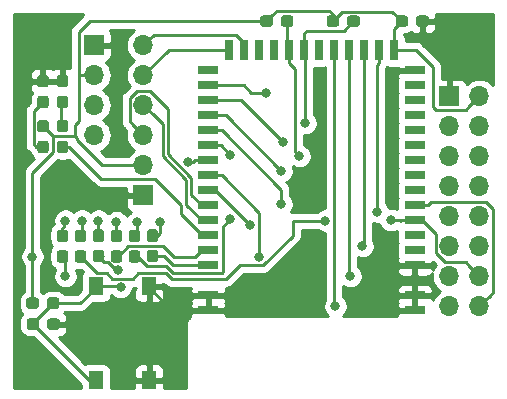
<source format=gbr>
G04 #@! TF.GenerationSoftware,KiCad,Pcbnew,(5.1.2)-2*
G04 #@! TF.CreationDate,2019-12-12T19:30:32+01:00*
G04 #@! TF.ProjectId,KernadouDomoPiloteDinCPU,4b65726e-6164-46f7-9544-6f6d6f50696c,rev?*
G04 #@! TF.SameCoordinates,Original*
G04 #@! TF.FileFunction,Copper,L1,Top*
G04 #@! TF.FilePolarity,Positive*
%FSLAX46Y46*%
G04 Gerber Fmt 4.6, Leading zero omitted, Abs format (unit mm)*
G04 Created by KiCad (PCBNEW (5.1.2)-2) date 2019-12-12 19:30:32*
%MOMM*%
%LPD*%
G04 APERTURE LIST*
%ADD10R,1.800000X0.700000*%
%ADD11R,0.700000X1.800000*%
%ADD12O,1.700000X1.700000*%
%ADD13R,1.700000X1.700000*%
%ADD14C,0.100000*%
%ADD15C,0.950000*%
%ADD16R,1.300000X1.550000*%
%ADD17C,0.800000*%
%ADD18C,0.250000*%
%ADD19C,0.254000*%
G04 APERTURE END LIST*
D10*
X123558000Y-94334000D03*
X123558000Y-93064000D03*
X123558000Y-90524000D03*
X123558000Y-89254000D03*
X123558000Y-87984000D03*
X123558000Y-86714000D03*
X123558000Y-85444000D03*
X123558000Y-84174000D03*
X123558000Y-82904000D03*
X123558000Y-81634000D03*
X123558000Y-80364000D03*
X123558000Y-79094000D03*
X123558000Y-77824000D03*
X123558000Y-76554000D03*
X123558000Y-75284000D03*
X123558000Y-74014000D03*
D11*
X121793000Y-72264000D03*
X120523000Y-72264000D03*
X119253000Y-72264000D03*
X117983000Y-72264000D03*
X116713000Y-72264000D03*
X115443000Y-72264000D03*
X114173000Y-72264000D03*
X112903000Y-72264000D03*
X111633000Y-72264000D03*
X110363000Y-72264000D03*
X109093000Y-72264000D03*
X107823000Y-72264000D03*
D10*
X106058000Y-74014000D03*
X106058000Y-75284000D03*
X106058000Y-76554000D03*
X106058000Y-77824000D03*
X106058000Y-79094000D03*
X106058000Y-80364000D03*
X106058000Y-81634000D03*
X106058000Y-82904000D03*
X106058000Y-84174000D03*
X106058000Y-85444000D03*
X106058000Y-86714000D03*
X106058000Y-87984000D03*
X106058000Y-89254000D03*
X106058000Y-90524000D03*
X106058000Y-93064000D03*
X106058000Y-94334000D03*
D12*
X96393000Y-79502000D03*
X96393000Y-76962000D03*
X96393000Y-74422000D03*
D13*
X96393000Y-71882000D03*
D14*
G36*
X95510779Y-87501144D02*
G01*
X95533834Y-87504563D01*
X95556443Y-87510227D01*
X95578387Y-87518079D01*
X95599457Y-87528044D01*
X95619448Y-87540026D01*
X95638168Y-87553910D01*
X95655438Y-87569562D01*
X95671090Y-87586832D01*
X95684974Y-87605552D01*
X95696956Y-87625543D01*
X95706921Y-87646613D01*
X95714773Y-87668557D01*
X95720437Y-87691166D01*
X95723856Y-87714221D01*
X95725000Y-87737500D01*
X95725000Y-88312500D01*
X95723856Y-88335779D01*
X95720437Y-88358834D01*
X95714773Y-88381443D01*
X95706921Y-88403387D01*
X95696956Y-88424457D01*
X95684974Y-88444448D01*
X95671090Y-88463168D01*
X95655438Y-88480438D01*
X95638168Y-88496090D01*
X95619448Y-88509974D01*
X95599457Y-88521956D01*
X95578387Y-88531921D01*
X95556443Y-88539773D01*
X95533834Y-88545437D01*
X95510779Y-88548856D01*
X95487500Y-88550000D01*
X95012500Y-88550000D01*
X94989221Y-88548856D01*
X94966166Y-88545437D01*
X94943557Y-88539773D01*
X94921613Y-88531921D01*
X94900543Y-88521956D01*
X94880552Y-88509974D01*
X94861832Y-88496090D01*
X94844562Y-88480438D01*
X94828910Y-88463168D01*
X94815026Y-88444448D01*
X94803044Y-88424457D01*
X94793079Y-88403387D01*
X94785227Y-88381443D01*
X94779563Y-88358834D01*
X94776144Y-88335779D01*
X94775000Y-88312500D01*
X94775000Y-87737500D01*
X94776144Y-87714221D01*
X94779563Y-87691166D01*
X94785227Y-87668557D01*
X94793079Y-87646613D01*
X94803044Y-87625543D01*
X94815026Y-87605552D01*
X94828910Y-87586832D01*
X94844562Y-87569562D01*
X94861832Y-87553910D01*
X94880552Y-87540026D01*
X94900543Y-87528044D01*
X94921613Y-87518079D01*
X94943557Y-87510227D01*
X94966166Y-87504563D01*
X94989221Y-87501144D01*
X95012500Y-87500000D01*
X95487500Y-87500000D01*
X95510779Y-87501144D01*
X95510779Y-87501144D01*
G37*
D15*
X95250000Y-88025000D03*
D14*
G36*
X95510779Y-89251144D02*
G01*
X95533834Y-89254563D01*
X95556443Y-89260227D01*
X95578387Y-89268079D01*
X95599457Y-89278044D01*
X95619448Y-89290026D01*
X95638168Y-89303910D01*
X95655438Y-89319562D01*
X95671090Y-89336832D01*
X95684974Y-89355552D01*
X95696956Y-89375543D01*
X95706921Y-89396613D01*
X95714773Y-89418557D01*
X95720437Y-89441166D01*
X95723856Y-89464221D01*
X95725000Y-89487500D01*
X95725000Y-90062500D01*
X95723856Y-90085779D01*
X95720437Y-90108834D01*
X95714773Y-90131443D01*
X95706921Y-90153387D01*
X95696956Y-90174457D01*
X95684974Y-90194448D01*
X95671090Y-90213168D01*
X95655438Y-90230438D01*
X95638168Y-90246090D01*
X95619448Y-90259974D01*
X95599457Y-90271956D01*
X95578387Y-90281921D01*
X95556443Y-90289773D01*
X95533834Y-90295437D01*
X95510779Y-90298856D01*
X95487500Y-90300000D01*
X95012500Y-90300000D01*
X94989221Y-90298856D01*
X94966166Y-90295437D01*
X94943557Y-90289773D01*
X94921613Y-90281921D01*
X94900543Y-90271956D01*
X94880552Y-90259974D01*
X94861832Y-90246090D01*
X94844562Y-90230438D01*
X94828910Y-90213168D01*
X94815026Y-90194448D01*
X94803044Y-90174457D01*
X94793079Y-90153387D01*
X94785227Y-90131443D01*
X94779563Y-90108834D01*
X94776144Y-90085779D01*
X94775000Y-90062500D01*
X94775000Y-89487500D01*
X94776144Y-89464221D01*
X94779563Y-89441166D01*
X94785227Y-89418557D01*
X94793079Y-89396613D01*
X94803044Y-89375543D01*
X94815026Y-89355552D01*
X94828910Y-89336832D01*
X94844562Y-89319562D01*
X94861832Y-89303910D01*
X94880552Y-89290026D01*
X94900543Y-89278044D01*
X94921613Y-89268079D01*
X94943557Y-89260227D01*
X94966166Y-89254563D01*
X94989221Y-89251144D01*
X95012500Y-89250000D01*
X95487500Y-89250000D01*
X95510779Y-89251144D01*
X95510779Y-89251144D01*
G37*
D15*
X95250000Y-89775000D03*
D14*
G36*
X101606779Y-87487144D02*
G01*
X101629834Y-87490563D01*
X101652443Y-87496227D01*
X101674387Y-87504079D01*
X101695457Y-87514044D01*
X101715448Y-87526026D01*
X101734168Y-87539910D01*
X101751438Y-87555562D01*
X101767090Y-87572832D01*
X101780974Y-87591552D01*
X101792956Y-87611543D01*
X101802921Y-87632613D01*
X101810773Y-87654557D01*
X101816437Y-87677166D01*
X101819856Y-87700221D01*
X101821000Y-87723500D01*
X101821000Y-88298500D01*
X101819856Y-88321779D01*
X101816437Y-88344834D01*
X101810773Y-88367443D01*
X101802921Y-88389387D01*
X101792956Y-88410457D01*
X101780974Y-88430448D01*
X101767090Y-88449168D01*
X101751438Y-88466438D01*
X101734168Y-88482090D01*
X101715448Y-88495974D01*
X101695457Y-88507956D01*
X101674387Y-88517921D01*
X101652443Y-88525773D01*
X101629834Y-88531437D01*
X101606779Y-88534856D01*
X101583500Y-88536000D01*
X101108500Y-88536000D01*
X101085221Y-88534856D01*
X101062166Y-88531437D01*
X101039557Y-88525773D01*
X101017613Y-88517921D01*
X100996543Y-88507956D01*
X100976552Y-88495974D01*
X100957832Y-88482090D01*
X100940562Y-88466438D01*
X100924910Y-88449168D01*
X100911026Y-88430448D01*
X100899044Y-88410457D01*
X100889079Y-88389387D01*
X100881227Y-88367443D01*
X100875563Y-88344834D01*
X100872144Y-88321779D01*
X100871000Y-88298500D01*
X100871000Y-87723500D01*
X100872144Y-87700221D01*
X100875563Y-87677166D01*
X100881227Y-87654557D01*
X100889079Y-87632613D01*
X100899044Y-87611543D01*
X100911026Y-87591552D01*
X100924910Y-87572832D01*
X100940562Y-87555562D01*
X100957832Y-87539910D01*
X100976552Y-87526026D01*
X100996543Y-87514044D01*
X101017613Y-87504079D01*
X101039557Y-87496227D01*
X101062166Y-87490563D01*
X101085221Y-87487144D01*
X101108500Y-87486000D01*
X101583500Y-87486000D01*
X101606779Y-87487144D01*
X101606779Y-87487144D01*
G37*
D15*
X101346000Y-88011000D03*
D14*
G36*
X101606779Y-89237144D02*
G01*
X101629834Y-89240563D01*
X101652443Y-89246227D01*
X101674387Y-89254079D01*
X101695457Y-89264044D01*
X101715448Y-89276026D01*
X101734168Y-89289910D01*
X101751438Y-89305562D01*
X101767090Y-89322832D01*
X101780974Y-89341552D01*
X101792956Y-89361543D01*
X101802921Y-89382613D01*
X101810773Y-89404557D01*
X101816437Y-89427166D01*
X101819856Y-89450221D01*
X101821000Y-89473500D01*
X101821000Y-90048500D01*
X101819856Y-90071779D01*
X101816437Y-90094834D01*
X101810773Y-90117443D01*
X101802921Y-90139387D01*
X101792956Y-90160457D01*
X101780974Y-90180448D01*
X101767090Y-90199168D01*
X101751438Y-90216438D01*
X101734168Y-90232090D01*
X101715448Y-90245974D01*
X101695457Y-90257956D01*
X101674387Y-90267921D01*
X101652443Y-90275773D01*
X101629834Y-90281437D01*
X101606779Y-90284856D01*
X101583500Y-90286000D01*
X101108500Y-90286000D01*
X101085221Y-90284856D01*
X101062166Y-90281437D01*
X101039557Y-90275773D01*
X101017613Y-90267921D01*
X100996543Y-90257956D01*
X100976552Y-90245974D01*
X100957832Y-90232090D01*
X100940562Y-90216438D01*
X100924910Y-90199168D01*
X100911026Y-90180448D01*
X100899044Y-90160457D01*
X100889079Y-90139387D01*
X100881227Y-90117443D01*
X100875563Y-90094834D01*
X100872144Y-90071779D01*
X100871000Y-90048500D01*
X100871000Y-89473500D01*
X100872144Y-89450221D01*
X100875563Y-89427166D01*
X100881227Y-89404557D01*
X100889079Y-89382613D01*
X100899044Y-89361543D01*
X100911026Y-89341552D01*
X100924910Y-89322832D01*
X100940562Y-89305562D01*
X100957832Y-89289910D01*
X100976552Y-89276026D01*
X100996543Y-89264044D01*
X101017613Y-89254079D01*
X101039557Y-89246227D01*
X101062166Y-89240563D01*
X101085221Y-89237144D01*
X101108500Y-89236000D01*
X101583500Y-89236000D01*
X101606779Y-89237144D01*
X101606779Y-89237144D01*
G37*
D15*
X101346000Y-89761000D03*
D14*
G36*
X98558779Y-87501144D02*
G01*
X98581834Y-87504563D01*
X98604443Y-87510227D01*
X98626387Y-87518079D01*
X98647457Y-87528044D01*
X98667448Y-87540026D01*
X98686168Y-87553910D01*
X98703438Y-87569562D01*
X98719090Y-87586832D01*
X98732974Y-87605552D01*
X98744956Y-87625543D01*
X98754921Y-87646613D01*
X98762773Y-87668557D01*
X98768437Y-87691166D01*
X98771856Y-87714221D01*
X98773000Y-87737500D01*
X98773000Y-88312500D01*
X98771856Y-88335779D01*
X98768437Y-88358834D01*
X98762773Y-88381443D01*
X98754921Y-88403387D01*
X98744956Y-88424457D01*
X98732974Y-88444448D01*
X98719090Y-88463168D01*
X98703438Y-88480438D01*
X98686168Y-88496090D01*
X98667448Y-88509974D01*
X98647457Y-88521956D01*
X98626387Y-88531921D01*
X98604443Y-88539773D01*
X98581834Y-88545437D01*
X98558779Y-88548856D01*
X98535500Y-88550000D01*
X98060500Y-88550000D01*
X98037221Y-88548856D01*
X98014166Y-88545437D01*
X97991557Y-88539773D01*
X97969613Y-88531921D01*
X97948543Y-88521956D01*
X97928552Y-88509974D01*
X97909832Y-88496090D01*
X97892562Y-88480438D01*
X97876910Y-88463168D01*
X97863026Y-88444448D01*
X97851044Y-88424457D01*
X97841079Y-88403387D01*
X97833227Y-88381443D01*
X97827563Y-88358834D01*
X97824144Y-88335779D01*
X97823000Y-88312500D01*
X97823000Y-87737500D01*
X97824144Y-87714221D01*
X97827563Y-87691166D01*
X97833227Y-87668557D01*
X97841079Y-87646613D01*
X97851044Y-87625543D01*
X97863026Y-87605552D01*
X97876910Y-87586832D01*
X97892562Y-87569562D01*
X97909832Y-87553910D01*
X97928552Y-87540026D01*
X97948543Y-87528044D01*
X97969613Y-87518079D01*
X97991557Y-87510227D01*
X98014166Y-87504563D01*
X98037221Y-87501144D01*
X98060500Y-87500000D01*
X98535500Y-87500000D01*
X98558779Y-87501144D01*
X98558779Y-87501144D01*
G37*
D15*
X98298000Y-88025000D03*
D14*
G36*
X98558779Y-89251144D02*
G01*
X98581834Y-89254563D01*
X98604443Y-89260227D01*
X98626387Y-89268079D01*
X98647457Y-89278044D01*
X98667448Y-89290026D01*
X98686168Y-89303910D01*
X98703438Y-89319562D01*
X98719090Y-89336832D01*
X98732974Y-89355552D01*
X98744956Y-89375543D01*
X98754921Y-89396613D01*
X98762773Y-89418557D01*
X98768437Y-89441166D01*
X98771856Y-89464221D01*
X98773000Y-89487500D01*
X98773000Y-90062500D01*
X98771856Y-90085779D01*
X98768437Y-90108834D01*
X98762773Y-90131443D01*
X98754921Y-90153387D01*
X98744956Y-90174457D01*
X98732974Y-90194448D01*
X98719090Y-90213168D01*
X98703438Y-90230438D01*
X98686168Y-90246090D01*
X98667448Y-90259974D01*
X98647457Y-90271956D01*
X98626387Y-90281921D01*
X98604443Y-90289773D01*
X98581834Y-90295437D01*
X98558779Y-90298856D01*
X98535500Y-90300000D01*
X98060500Y-90300000D01*
X98037221Y-90298856D01*
X98014166Y-90295437D01*
X97991557Y-90289773D01*
X97969613Y-90281921D01*
X97948543Y-90271956D01*
X97928552Y-90259974D01*
X97909832Y-90246090D01*
X97892562Y-90230438D01*
X97876910Y-90213168D01*
X97863026Y-90194448D01*
X97851044Y-90174457D01*
X97841079Y-90153387D01*
X97833227Y-90131443D01*
X97827563Y-90108834D01*
X97824144Y-90085779D01*
X97823000Y-90062500D01*
X97823000Y-89487500D01*
X97824144Y-89464221D01*
X97827563Y-89441166D01*
X97833227Y-89418557D01*
X97841079Y-89396613D01*
X97851044Y-89375543D01*
X97863026Y-89355552D01*
X97876910Y-89336832D01*
X97892562Y-89319562D01*
X97909832Y-89303910D01*
X97928552Y-89290026D01*
X97948543Y-89278044D01*
X97969613Y-89268079D01*
X97991557Y-89260227D01*
X98014166Y-89254563D01*
X98037221Y-89251144D01*
X98060500Y-89250000D01*
X98535500Y-89250000D01*
X98558779Y-89251144D01*
X98558779Y-89251144D01*
G37*
D15*
X98298000Y-89775000D03*
D14*
G36*
X92335779Y-79980144D02*
G01*
X92358834Y-79983563D01*
X92381443Y-79989227D01*
X92403387Y-79997079D01*
X92424457Y-80007044D01*
X92444448Y-80019026D01*
X92463168Y-80032910D01*
X92480438Y-80048562D01*
X92496090Y-80065832D01*
X92509974Y-80084552D01*
X92521956Y-80104543D01*
X92531921Y-80125613D01*
X92539773Y-80147557D01*
X92545437Y-80170166D01*
X92548856Y-80193221D01*
X92550000Y-80216500D01*
X92550000Y-80791500D01*
X92548856Y-80814779D01*
X92545437Y-80837834D01*
X92539773Y-80860443D01*
X92531921Y-80882387D01*
X92521956Y-80903457D01*
X92509974Y-80923448D01*
X92496090Y-80942168D01*
X92480438Y-80959438D01*
X92463168Y-80975090D01*
X92444448Y-80988974D01*
X92424457Y-81000956D01*
X92403387Y-81010921D01*
X92381443Y-81018773D01*
X92358834Y-81024437D01*
X92335779Y-81027856D01*
X92312500Y-81029000D01*
X91837500Y-81029000D01*
X91814221Y-81027856D01*
X91791166Y-81024437D01*
X91768557Y-81018773D01*
X91746613Y-81010921D01*
X91725543Y-81000956D01*
X91705552Y-80988974D01*
X91686832Y-80975090D01*
X91669562Y-80959438D01*
X91653910Y-80942168D01*
X91640026Y-80923448D01*
X91628044Y-80903457D01*
X91618079Y-80882387D01*
X91610227Y-80860443D01*
X91604563Y-80837834D01*
X91601144Y-80814779D01*
X91600000Y-80791500D01*
X91600000Y-80216500D01*
X91601144Y-80193221D01*
X91604563Y-80170166D01*
X91610227Y-80147557D01*
X91618079Y-80125613D01*
X91628044Y-80104543D01*
X91640026Y-80084552D01*
X91653910Y-80065832D01*
X91669562Y-80048562D01*
X91686832Y-80032910D01*
X91705552Y-80019026D01*
X91725543Y-80007044D01*
X91746613Y-79997079D01*
X91768557Y-79989227D01*
X91791166Y-79983563D01*
X91814221Y-79980144D01*
X91837500Y-79979000D01*
X92312500Y-79979000D01*
X92335779Y-79980144D01*
X92335779Y-79980144D01*
G37*
D15*
X92075000Y-80504000D03*
D14*
G36*
X92335779Y-78230144D02*
G01*
X92358834Y-78233563D01*
X92381443Y-78239227D01*
X92403387Y-78247079D01*
X92424457Y-78257044D01*
X92444448Y-78269026D01*
X92463168Y-78282910D01*
X92480438Y-78298562D01*
X92496090Y-78315832D01*
X92509974Y-78334552D01*
X92521956Y-78354543D01*
X92531921Y-78375613D01*
X92539773Y-78397557D01*
X92545437Y-78420166D01*
X92548856Y-78443221D01*
X92550000Y-78466500D01*
X92550000Y-79041500D01*
X92548856Y-79064779D01*
X92545437Y-79087834D01*
X92539773Y-79110443D01*
X92531921Y-79132387D01*
X92521956Y-79153457D01*
X92509974Y-79173448D01*
X92496090Y-79192168D01*
X92480438Y-79209438D01*
X92463168Y-79225090D01*
X92444448Y-79238974D01*
X92424457Y-79250956D01*
X92403387Y-79260921D01*
X92381443Y-79268773D01*
X92358834Y-79274437D01*
X92335779Y-79277856D01*
X92312500Y-79279000D01*
X91837500Y-79279000D01*
X91814221Y-79277856D01*
X91791166Y-79274437D01*
X91768557Y-79268773D01*
X91746613Y-79260921D01*
X91725543Y-79250956D01*
X91705552Y-79238974D01*
X91686832Y-79225090D01*
X91669562Y-79209438D01*
X91653910Y-79192168D01*
X91640026Y-79173448D01*
X91628044Y-79153457D01*
X91618079Y-79132387D01*
X91610227Y-79110443D01*
X91604563Y-79087834D01*
X91601144Y-79064779D01*
X91600000Y-79041500D01*
X91600000Y-78466500D01*
X91601144Y-78443221D01*
X91604563Y-78420166D01*
X91610227Y-78397557D01*
X91618079Y-78375613D01*
X91628044Y-78354543D01*
X91640026Y-78334552D01*
X91653910Y-78315832D01*
X91669562Y-78298562D01*
X91686832Y-78282910D01*
X91705552Y-78269026D01*
X91725543Y-78257044D01*
X91746613Y-78247079D01*
X91768557Y-78239227D01*
X91791166Y-78233563D01*
X91814221Y-78230144D01*
X91837500Y-78229000D01*
X92312500Y-78229000D01*
X92335779Y-78230144D01*
X92335779Y-78230144D01*
G37*
D15*
X92075000Y-78754000D03*
D14*
G36*
X92335779Y-76170144D02*
G01*
X92358834Y-76173563D01*
X92381443Y-76179227D01*
X92403387Y-76187079D01*
X92424457Y-76197044D01*
X92444448Y-76209026D01*
X92463168Y-76222910D01*
X92480438Y-76238562D01*
X92496090Y-76255832D01*
X92509974Y-76274552D01*
X92521956Y-76294543D01*
X92531921Y-76315613D01*
X92539773Y-76337557D01*
X92545437Y-76360166D01*
X92548856Y-76383221D01*
X92550000Y-76406500D01*
X92550000Y-76981500D01*
X92548856Y-77004779D01*
X92545437Y-77027834D01*
X92539773Y-77050443D01*
X92531921Y-77072387D01*
X92521956Y-77093457D01*
X92509974Y-77113448D01*
X92496090Y-77132168D01*
X92480438Y-77149438D01*
X92463168Y-77165090D01*
X92444448Y-77178974D01*
X92424457Y-77190956D01*
X92403387Y-77200921D01*
X92381443Y-77208773D01*
X92358834Y-77214437D01*
X92335779Y-77217856D01*
X92312500Y-77219000D01*
X91837500Y-77219000D01*
X91814221Y-77217856D01*
X91791166Y-77214437D01*
X91768557Y-77208773D01*
X91746613Y-77200921D01*
X91725543Y-77190956D01*
X91705552Y-77178974D01*
X91686832Y-77165090D01*
X91669562Y-77149438D01*
X91653910Y-77132168D01*
X91640026Y-77113448D01*
X91628044Y-77093457D01*
X91618079Y-77072387D01*
X91610227Y-77050443D01*
X91604563Y-77027834D01*
X91601144Y-77004779D01*
X91600000Y-76981500D01*
X91600000Y-76406500D01*
X91601144Y-76383221D01*
X91604563Y-76360166D01*
X91610227Y-76337557D01*
X91618079Y-76315613D01*
X91628044Y-76294543D01*
X91640026Y-76274552D01*
X91653910Y-76255832D01*
X91669562Y-76238562D01*
X91686832Y-76222910D01*
X91705552Y-76209026D01*
X91725543Y-76197044D01*
X91746613Y-76187079D01*
X91768557Y-76179227D01*
X91791166Y-76173563D01*
X91814221Y-76170144D01*
X91837500Y-76169000D01*
X92312500Y-76169000D01*
X92335779Y-76170144D01*
X92335779Y-76170144D01*
G37*
D15*
X92075000Y-76694000D03*
D14*
G36*
X92335779Y-74420144D02*
G01*
X92358834Y-74423563D01*
X92381443Y-74429227D01*
X92403387Y-74437079D01*
X92424457Y-74447044D01*
X92444448Y-74459026D01*
X92463168Y-74472910D01*
X92480438Y-74488562D01*
X92496090Y-74505832D01*
X92509974Y-74524552D01*
X92521956Y-74544543D01*
X92531921Y-74565613D01*
X92539773Y-74587557D01*
X92545437Y-74610166D01*
X92548856Y-74633221D01*
X92550000Y-74656500D01*
X92550000Y-75231500D01*
X92548856Y-75254779D01*
X92545437Y-75277834D01*
X92539773Y-75300443D01*
X92531921Y-75322387D01*
X92521956Y-75343457D01*
X92509974Y-75363448D01*
X92496090Y-75382168D01*
X92480438Y-75399438D01*
X92463168Y-75415090D01*
X92444448Y-75428974D01*
X92424457Y-75440956D01*
X92403387Y-75450921D01*
X92381443Y-75458773D01*
X92358834Y-75464437D01*
X92335779Y-75467856D01*
X92312500Y-75469000D01*
X91837500Y-75469000D01*
X91814221Y-75467856D01*
X91791166Y-75464437D01*
X91768557Y-75458773D01*
X91746613Y-75450921D01*
X91725543Y-75440956D01*
X91705552Y-75428974D01*
X91686832Y-75415090D01*
X91669562Y-75399438D01*
X91653910Y-75382168D01*
X91640026Y-75363448D01*
X91628044Y-75343457D01*
X91618079Y-75322387D01*
X91610227Y-75300443D01*
X91604563Y-75277834D01*
X91601144Y-75254779D01*
X91600000Y-75231500D01*
X91600000Y-74656500D01*
X91601144Y-74633221D01*
X91604563Y-74610166D01*
X91610227Y-74587557D01*
X91618079Y-74565613D01*
X91628044Y-74544543D01*
X91640026Y-74524552D01*
X91653910Y-74505832D01*
X91669562Y-74488562D01*
X91686832Y-74472910D01*
X91705552Y-74459026D01*
X91725543Y-74447044D01*
X91746613Y-74437079D01*
X91768557Y-74429227D01*
X91791166Y-74423563D01*
X91814221Y-74420144D01*
X91837500Y-74419000D01*
X92312500Y-74419000D01*
X92335779Y-74420144D01*
X92335779Y-74420144D01*
G37*
D15*
X92075000Y-74944000D03*
D14*
G36*
X93246779Y-93252144D02*
G01*
X93269834Y-93255563D01*
X93292443Y-93261227D01*
X93314387Y-93269079D01*
X93335457Y-93279044D01*
X93355448Y-93291026D01*
X93374168Y-93304910D01*
X93391438Y-93320562D01*
X93407090Y-93337832D01*
X93420974Y-93356552D01*
X93432956Y-93376543D01*
X93442921Y-93397613D01*
X93450773Y-93419557D01*
X93456437Y-93442166D01*
X93459856Y-93465221D01*
X93461000Y-93488500D01*
X93461000Y-93963500D01*
X93459856Y-93986779D01*
X93456437Y-94009834D01*
X93450773Y-94032443D01*
X93442921Y-94054387D01*
X93432956Y-94075457D01*
X93420974Y-94095448D01*
X93407090Y-94114168D01*
X93391438Y-94131438D01*
X93374168Y-94147090D01*
X93355448Y-94160974D01*
X93335457Y-94172956D01*
X93314387Y-94182921D01*
X93292443Y-94190773D01*
X93269834Y-94196437D01*
X93246779Y-94199856D01*
X93223500Y-94201000D01*
X92648500Y-94201000D01*
X92625221Y-94199856D01*
X92602166Y-94196437D01*
X92579557Y-94190773D01*
X92557613Y-94182921D01*
X92536543Y-94172956D01*
X92516552Y-94160974D01*
X92497832Y-94147090D01*
X92480562Y-94131438D01*
X92464910Y-94114168D01*
X92451026Y-94095448D01*
X92439044Y-94075457D01*
X92429079Y-94054387D01*
X92421227Y-94032443D01*
X92415563Y-94009834D01*
X92412144Y-93986779D01*
X92411000Y-93963500D01*
X92411000Y-93488500D01*
X92412144Y-93465221D01*
X92415563Y-93442166D01*
X92421227Y-93419557D01*
X92429079Y-93397613D01*
X92439044Y-93376543D01*
X92451026Y-93356552D01*
X92464910Y-93337832D01*
X92480562Y-93320562D01*
X92497832Y-93304910D01*
X92516552Y-93291026D01*
X92536543Y-93279044D01*
X92557613Y-93269079D01*
X92579557Y-93261227D01*
X92602166Y-93255563D01*
X92625221Y-93252144D01*
X92648500Y-93251000D01*
X93223500Y-93251000D01*
X93246779Y-93252144D01*
X93246779Y-93252144D01*
G37*
D15*
X92936000Y-93726000D03*
D14*
G36*
X91496779Y-93252144D02*
G01*
X91519834Y-93255563D01*
X91542443Y-93261227D01*
X91564387Y-93269079D01*
X91585457Y-93279044D01*
X91605448Y-93291026D01*
X91624168Y-93304910D01*
X91641438Y-93320562D01*
X91657090Y-93337832D01*
X91670974Y-93356552D01*
X91682956Y-93376543D01*
X91692921Y-93397613D01*
X91700773Y-93419557D01*
X91706437Y-93442166D01*
X91709856Y-93465221D01*
X91711000Y-93488500D01*
X91711000Y-93963500D01*
X91709856Y-93986779D01*
X91706437Y-94009834D01*
X91700773Y-94032443D01*
X91692921Y-94054387D01*
X91682956Y-94075457D01*
X91670974Y-94095448D01*
X91657090Y-94114168D01*
X91641438Y-94131438D01*
X91624168Y-94147090D01*
X91605448Y-94160974D01*
X91585457Y-94172956D01*
X91564387Y-94182921D01*
X91542443Y-94190773D01*
X91519834Y-94196437D01*
X91496779Y-94199856D01*
X91473500Y-94201000D01*
X90898500Y-94201000D01*
X90875221Y-94199856D01*
X90852166Y-94196437D01*
X90829557Y-94190773D01*
X90807613Y-94182921D01*
X90786543Y-94172956D01*
X90766552Y-94160974D01*
X90747832Y-94147090D01*
X90730562Y-94131438D01*
X90714910Y-94114168D01*
X90701026Y-94095448D01*
X90689044Y-94075457D01*
X90679079Y-94054387D01*
X90671227Y-94032443D01*
X90665563Y-94009834D01*
X90662144Y-93986779D01*
X90661000Y-93963500D01*
X90661000Y-93488500D01*
X90662144Y-93465221D01*
X90665563Y-93442166D01*
X90671227Y-93419557D01*
X90679079Y-93397613D01*
X90689044Y-93376543D01*
X90701026Y-93356552D01*
X90714910Y-93337832D01*
X90730562Y-93320562D01*
X90747832Y-93304910D01*
X90766552Y-93291026D01*
X90786543Y-93279044D01*
X90807613Y-93269079D01*
X90829557Y-93261227D01*
X90852166Y-93255563D01*
X90875221Y-93252144D01*
X90898500Y-93251000D01*
X91473500Y-93251000D01*
X91496779Y-93252144D01*
X91496779Y-93252144D01*
G37*
D15*
X91186000Y-93726000D03*
D14*
G36*
X118674779Y-69376144D02*
G01*
X118697834Y-69379563D01*
X118720443Y-69385227D01*
X118742387Y-69393079D01*
X118763457Y-69403044D01*
X118783448Y-69415026D01*
X118802168Y-69428910D01*
X118819438Y-69444562D01*
X118835090Y-69461832D01*
X118848974Y-69480552D01*
X118860956Y-69500543D01*
X118870921Y-69521613D01*
X118878773Y-69543557D01*
X118884437Y-69566166D01*
X118887856Y-69589221D01*
X118889000Y-69612500D01*
X118889000Y-70087500D01*
X118887856Y-70110779D01*
X118884437Y-70133834D01*
X118878773Y-70156443D01*
X118870921Y-70178387D01*
X118860956Y-70199457D01*
X118848974Y-70219448D01*
X118835090Y-70238168D01*
X118819438Y-70255438D01*
X118802168Y-70271090D01*
X118783448Y-70284974D01*
X118763457Y-70296956D01*
X118742387Y-70306921D01*
X118720443Y-70314773D01*
X118697834Y-70320437D01*
X118674779Y-70323856D01*
X118651500Y-70325000D01*
X118076500Y-70325000D01*
X118053221Y-70323856D01*
X118030166Y-70320437D01*
X118007557Y-70314773D01*
X117985613Y-70306921D01*
X117964543Y-70296956D01*
X117944552Y-70284974D01*
X117925832Y-70271090D01*
X117908562Y-70255438D01*
X117892910Y-70238168D01*
X117879026Y-70219448D01*
X117867044Y-70199457D01*
X117857079Y-70178387D01*
X117849227Y-70156443D01*
X117843563Y-70133834D01*
X117840144Y-70110779D01*
X117839000Y-70087500D01*
X117839000Y-69612500D01*
X117840144Y-69589221D01*
X117843563Y-69566166D01*
X117849227Y-69543557D01*
X117857079Y-69521613D01*
X117867044Y-69500543D01*
X117879026Y-69480552D01*
X117892910Y-69461832D01*
X117908562Y-69444562D01*
X117925832Y-69428910D01*
X117944552Y-69415026D01*
X117964543Y-69403044D01*
X117985613Y-69393079D01*
X118007557Y-69385227D01*
X118030166Y-69379563D01*
X118053221Y-69376144D01*
X118076500Y-69375000D01*
X118651500Y-69375000D01*
X118674779Y-69376144D01*
X118674779Y-69376144D01*
G37*
D15*
X118364000Y-69850000D03*
D14*
G36*
X116924779Y-69376144D02*
G01*
X116947834Y-69379563D01*
X116970443Y-69385227D01*
X116992387Y-69393079D01*
X117013457Y-69403044D01*
X117033448Y-69415026D01*
X117052168Y-69428910D01*
X117069438Y-69444562D01*
X117085090Y-69461832D01*
X117098974Y-69480552D01*
X117110956Y-69500543D01*
X117120921Y-69521613D01*
X117128773Y-69543557D01*
X117134437Y-69566166D01*
X117137856Y-69589221D01*
X117139000Y-69612500D01*
X117139000Y-70087500D01*
X117137856Y-70110779D01*
X117134437Y-70133834D01*
X117128773Y-70156443D01*
X117120921Y-70178387D01*
X117110956Y-70199457D01*
X117098974Y-70219448D01*
X117085090Y-70238168D01*
X117069438Y-70255438D01*
X117052168Y-70271090D01*
X117033448Y-70284974D01*
X117013457Y-70296956D01*
X116992387Y-70306921D01*
X116970443Y-70314773D01*
X116947834Y-70320437D01*
X116924779Y-70323856D01*
X116901500Y-70325000D01*
X116326500Y-70325000D01*
X116303221Y-70323856D01*
X116280166Y-70320437D01*
X116257557Y-70314773D01*
X116235613Y-70306921D01*
X116214543Y-70296956D01*
X116194552Y-70284974D01*
X116175832Y-70271090D01*
X116158562Y-70255438D01*
X116142910Y-70238168D01*
X116129026Y-70219448D01*
X116117044Y-70199457D01*
X116107079Y-70178387D01*
X116099227Y-70156443D01*
X116093563Y-70133834D01*
X116090144Y-70110779D01*
X116089000Y-70087500D01*
X116089000Y-69612500D01*
X116090144Y-69589221D01*
X116093563Y-69566166D01*
X116099227Y-69543557D01*
X116107079Y-69521613D01*
X116117044Y-69500543D01*
X116129026Y-69480552D01*
X116142910Y-69461832D01*
X116158562Y-69444562D01*
X116175832Y-69428910D01*
X116194552Y-69415026D01*
X116214543Y-69403044D01*
X116235613Y-69393079D01*
X116257557Y-69385227D01*
X116280166Y-69379563D01*
X116303221Y-69376144D01*
X116326500Y-69375000D01*
X116901500Y-69375000D01*
X116924779Y-69376144D01*
X116924779Y-69376144D01*
G37*
D15*
X116614000Y-69850000D03*
D14*
G36*
X111308779Y-69376144D02*
G01*
X111331834Y-69379563D01*
X111354443Y-69385227D01*
X111376387Y-69393079D01*
X111397457Y-69403044D01*
X111417448Y-69415026D01*
X111436168Y-69428910D01*
X111453438Y-69444562D01*
X111469090Y-69461832D01*
X111482974Y-69480552D01*
X111494956Y-69500543D01*
X111504921Y-69521613D01*
X111512773Y-69543557D01*
X111518437Y-69566166D01*
X111521856Y-69589221D01*
X111523000Y-69612500D01*
X111523000Y-70087500D01*
X111521856Y-70110779D01*
X111518437Y-70133834D01*
X111512773Y-70156443D01*
X111504921Y-70178387D01*
X111494956Y-70199457D01*
X111482974Y-70219448D01*
X111469090Y-70238168D01*
X111453438Y-70255438D01*
X111436168Y-70271090D01*
X111417448Y-70284974D01*
X111397457Y-70296956D01*
X111376387Y-70306921D01*
X111354443Y-70314773D01*
X111331834Y-70320437D01*
X111308779Y-70323856D01*
X111285500Y-70325000D01*
X110710500Y-70325000D01*
X110687221Y-70323856D01*
X110664166Y-70320437D01*
X110641557Y-70314773D01*
X110619613Y-70306921D01*
X110598543Y-70296956D01*
X110578552Y-70284974D01*
X110559832Y-70271090D01*
X110542562Y-70255438D01*
X110526910Y-70238168D01*
X110513026Y-70219448D01*
X110501044Y-70199457D01*
X110491079Y-70178387D01*
X110483227Y-70156443D01*
X110477563Y-70133834D01*
X110474144Y-70110779D01*
X110473000Y-70087500D01*
X110473000Y-69612500D01*
X110474144Y-69589221D01*
X110477563Y-69566166D01*
X110483227Y-69543557D01*
X110491079Y-69521613D01*
X110501044Y-69500543D01*
X110513026Y-69480552D01*
X110526910Y-69461832D01*
X110542562Y-69444562D01*
X110559832Y-69428910D01*
X110578552Y-69415026D01*
X110598543Y-69403044D01*
X110619613Y-69393079D01*
X110641557Y-69385227D01*
X110664166Y-69379563D01*
X110687221Y-69376144D01*
X110710500Y-69375000D01*
X111285500Y-69375000D01*
X111308779Y-69376144D01*
X111308779Y-69376144D01*
G37*
D15*
X110998000Y-69850000D03*
D14*
G36*
X113058779Y-69376144D02*
G01*
X113081834Y-69379563D01*
X113104443Y-69385227D01*
X113126387Y-69393079D01*
X113147457Y-69403044D01*
X113167448Y-69415026D01*
X113186168Y-69428910D01*
X113203438Y-69444562D01*
X113219090Y-69461832D01*
X113232974Y-69480552D01*
X113244956Y-69500543D01*
X113254921Y-69521613D01*
X113262773Y-69543557D01*
X113268437Y-69566166D01*
X113271856Y-69589221D01*
X113273000Y-69612500D01*
X113273000Y-70087500D01*
X113271856Y-70110779D01*
X113268437Y-70133834D01*
X113262773Y-70156443D01*
X113254921Y-70178387D01*
X113244956Y-70199457D01*
X113232974Y-70219448D01*
X113219090Y-70238168D01*
X113203438Y-70255438D01*
X113186168Y-70271090D01*
X113167448Y-70284974D01*
X113147457Y-70296956D01*
X113126387Y-70306921D01*
X113104443Y-70314773D01*
X113081834Y-70320437D01*
X113058779Y-70323856D01*
X113035500Y-70325000D01*
X112460500Y-70325000D01*
X112437221Y-70323856D01*
X112414166Y-70320437D01*
X112391557Y-70314773D01*
X112369613Y-70306921D01*
X112348543Y-70296956D01*
X112328552Y-70284974D01*
X112309832Y-70271090D01*
X112292562Y-70255438D01*
X112276910Y-70238168D01*
X112263026Y-70219448D01*
X112251044Y-70199457D01*
X112241079Y-70178387D01*
X112233227Y-70156443D01*
X112227563Y-70133834D01*
X112224144Y-70110779D01*
X112223000Y-70087500D01*
X112223000Y-69612500D01*
X112224144Y-69589221D01*
X112227563Y-69566166D01*
X112233227Y-69543557D01*
X112241079Y-69521613D01*
X112251044Y-69500543D01*
X112263026Y-69480552D01*
X112276910Y-69461832D01*
X112292562Y-69444562D01*
X112309832Y-69428910D01*
X112328552Y-69415026D01*
X112348543Y-69403044D01*
X112369613Y-69393079D01*
X112391557Y-69385227D01*
X112414166Y-69379563D01*
X112437221Y-69376144D01*
X112460500Y-69375000D01*
X113035500Y-69375000D01*
X113058779Y-69376144D01*
X113058779Y-69376144D01*
G37*
D15*
X112748000Y-69850000D03*
D14*
G36*
X93986779Y-76170144D02*
G01*
X94009834Y-76173563D01*
X94032443Y-76179227D01*
X94054387Y-76187079D01*
X94075457Y-76197044D01*
X94095448Y-76209026D01*
X94114168Y-76222910D01*
X94131438Y-76238562D01*
X94147090Y-76255832D01*
X94160974Y-76274552D01*
X94172956Y-76294543D01*
X94182921Y-76315613D01*
X94190773Y-76337557D01*
X94196437Y-76360166D01*
X94199856Y-76383221D01*
X94201000Y-76406500D01*
X94201000Y-76981500D01*
X94199856Y-77004779D01*
X94196437Y-77027834D01*
X94190773Y-77050443D01*
X94182921Y-77072387D01*
X94172956Y-77093457D01*
X94160974Y-77113448D01*
X94147090Y-77132168D01*
X94131438Y-77149438D01*
X94114168Y-77165090D01*
X94095448Y-77178974D01*
X94075457Y-77190956D01*
X94054387Y-77200921D01*
X94032443Y-77208773D01*
X94009834Y-77214437D01*
X93986779Y-77217856D01*
X93963500Y-77219000D01*
X93488500Y-77219000D01*
X93465221Y-77217856D01*
X93442166Y-77214437D01*
X93419557Y-77208773D01*
X93397613Y-77200921D01*
X93376543Y-77190956D01*
X93356552Y-77178974D01*
X93337832Y-77165090D01*
X93320562Y-77149438D01*
X93304910Y-77132168D01*
X93291026Y-77113448D01*
X93279044Y-77093457D01*
X93269079Y-77072387D01*
X93261227Y-77050443D01*
X93255563Y-77027834D01*
X93252144Y-77004779D01*
X93251000Y-76981500D01*
X93251000Y-76406500D01*
X93252144Y-76383221D01*
X93255563Y-76360166D01*
X93261227Y-76337557D01*
X93269079Y-76315613D01*
X93279044Y-76294543D01*
X93291026Y-76274552D01*
X93304910Y-76255832D01*
X93320562Y-76238562D01*
X93337832Y-76222910D01*
X93356552Y-76209026D01*
X93376543Y-76197044D01*
X93397613Y-76187079D01*
X93419557Y-76179227D01*
X93442166Y-76173563D01*
X93465221Y-76170144D01*
X93488500Y-76169000D01*
X93963500Y-76169000D01*
X93986779Y-76170144D01*
X93986779Y-76170144D01*
G37*
D15*
X93726000Y-76694000D03*
D14*
G36*
X93986779Y-74420144D02*
G01*
X94009834Y-74423563D01*
X94032443Y-74429227D01*
X94054387Y-74437079D01*
X94075457Y-74447044D01*
X94095448Y-74459026D01*
X94114168Y-74472910D01*
X94131438Y-74488562D01*
X94147090Y-74505832D01*
X94160974Y-74524552D01*
X94172956Y-74544543D01*
X94182921Y-74565613D01*
X94190773Y-74587557D01*
X94196437Y-74610166D01*
X94199856Y-74633221D01*
X94201000Y-74656500D01*
X94201000Y-75231500D01*
X94199856Y-75254779D01*
X94196437Y-75277834D01*
X94190773Y-75300443D01*
X94182921Y-75322387D01*
X94172956Y-75343457D01*
X94160974Y-75363448D01*
X94147090Y-75382168D01*
X94131438Y-75399438D01*
X94114168Y-75415090D01*
X94095448Y-75428974D01*
X94075457Y-75440956D01*
X94054387Y-75450921D01*
X94032443Y-75458773D01*
X94009834Y-75464437D01*
X93986779Y-75467856D01*
X93963500Y-75469000D01*
X93488500Y-75469000D01*
X93465221Y-75467856D01*
X93442166Y-75464437D01*
X93419557Y-75458773D01*
X93397613Y-75450921D01*
X93376543Y-75440956D01*
X93356552Y-75428974D01*
X93337832Y-75415090D01*
X93320562Y-75399438D01*
X93304910Y-75382168D01*
X93291026Y-75363448D01*
X93279044Y-75343457D01*
X93269079Y-75322387D01*
X93261227Y-75300443D01*
X93255563Y-75277834D01*
X93252144Y-75254779D01*
X93251000Y-75231500D01*
X93251000Y-74656500D01*
X93252144Y-74633221D01*
X93255563Y-74610166D01*
X93261227Y-74587557D01*
X93269079Y-74565613D01*
X93279044Y-74544543D01*
X93291026Y-74524552D01*
X93304910Y-74505832D01*
X93320562Y-74488562D01*
X93337832Y-74472910D01*
X93356552Y-74459026D01*
X93376543Y-74447044D01*
X93397613Y-74437079D01*
X93419557Y-74429227D01*
X93442166Y-74423563D01*
X93465221Y-74420144D01*
X93488500Y-74419000D01*
X93963500Y-74419000D01*
X93986779Y-74420144D01*
X93986779Y-74420144D01*
G37*
D15*
X93726000Y-74944000D03*
D16*
X96556000Y-92291000D03*
X101056000Y-92291000D03*
X101056000Y-100241000D03*
X96556000Y-100241000D03*
D14*
G36*
X122766779Y-69376144D02*
G01*
X122789834Y-69379563D01*
X122812443Y-69385227D01*
X122834387Y-69393079D01*
X122855457Y-69403044D01*
X122875448Y-69415026D01*
X122894168Y-69428910D01*
X122911438Y-69444562D01*
X122927090Y-69461832D01*
X122940974Y-69480552D01*
X122952956Y-69500543D01*
X122962921Y-69521613D01*
X122970773Y-69543557D01*
X122976437Y-69566166D01*
X122979856Y-69589221D01*
X122981000Y-69612500D01*
X122981000Y-70087500D01*
X122979856Y-70110779D01*
X122976437Y-70133834D01*
X122970773Y-70156443D01*
X122962921Y-70178387D01*
X122952956Y-70199457D01*
X122940974Y-70219448D01*
X122927090Y-70238168D01*
X122911438Y-70255438D01*
X122894168Y-70271090D01*
X122875448Y-70284974D01*
X122855457Y-70296956D01*
X122834387Y-70306921D01*
X122812443Y-70314773D01*
X122789834Y-70320437D01*
X122766779Y-70323856D01*
X122743500Y-70325000D01*
X122168500Y-70325000D01*
X122145221Y-70323856D01*
X122122166Y-70320437D01*
X122099557Y-70314773D01*
X122077613Y-70306921D01*
X122056543Y-70296956D01*
X122036552Y-70284974D01*
X122017832Y-70271090D01*
X122000562Y-70255438D01*
X121984910Y-70238168D01*
X121971026Y-70219448D01*
X121959044Y-70199457D01*
X121949079Y-70178387D01*
X121941227Y-70156443D01*
X121935563Y-70133834D01*
X121932144Y-70110779D01*
X121931000Y-70087500D01*
X121931000Y-69612500D01*
X121932144Y-69589221D01*
X121935563Y-69566166D01*
X121941227Y-69543557D01*
X121949079Y-69521613D01*
X121959044Y-69500543D01*
X121971026Y-69480552D01*
X121984910Y-69461832D01*
X122000562Y-69444562D01*
X122017832Y-69428910D01*
X122036552Y-69415026D01*
X122056543Y-69403044D01*
X122077613Y-69393079D01*
X122099557Y-69385227D01*
X122122166Y-69379563D01*
X122145221Y-69376144D01*
X122168500Y-69375000D01*
X122743500Y-69375000D01*
X122766779Y-69376144D01*
X122766779Y-69376144D01*
G37*
D15*
X122456000Y-69850000D03*
D14*
G36*
X124516779Y-69376144D02*
G01*
X124539834Y-69379563D01*
X124562443Y-69385227D01*
X124584387Y-69393079D01*
X124605457Y-69403044D01*
X124625448Y-69415026D01*
X124644168Y-69428910D01*
X124661438Y-69444562D01*
X124677090Y-69461832D01*
X124690974Y-69480552D01*
X124702956Y-69500543D01*
X124712921Y-69521613D01*
X124720773Y-69543557D01*
X124726437Y-69566166D01*
X124729856Y-69589221D01*
X124731000Y-69612500D01*
X124731000Y-70087500D01*
X124729856Y-70110779D01*
X124726437Y-70133834D01*
X124720773Y-70156443D01*
X124712921Y-70178387D01*
X124702956Y-70199457D01*
X124690974Y-70219448D01*
X124677090Y-70238168D01*
X124661438Y-70255438D01*
X124644168Y-70271090D01*
X124625448Y-70284974D01*
X124605457Y-70296956D01*
X124584387Y-70306921D01*
X124562443Y-70314773D01*
X124539834Y-70320437D01*
X124516779Y-70323856D01*
X124493500Y-70325000D01*
X123918500Y-70325000D01*
X123895221Y-70323856D01*
X123872166Y-70320437D01*
X123849557Y-70314773D01*
X123827613Y-70306921D01*
X123806543Y-70296956D01*
X123786552Y-70284974D01*
X123767832Y-70271090D01*
X123750562Y-70255438D01*
X123734910Y-70238168D01*
X123721026Y-70219448D01*
X123709044Y-70199457D01*
X123699079Y-70178387D01*
X123691227Y-70156443D01*
X123685563Y-70133834D01*
X123682144Y-70110779D01*
X123681000Y-70087500D01*
X123681000Y-69612500D01*
X123682144Y-69589221D01*
X123685563Y-69566166D01*
X123691227Y-69543557D01*
X123699079Y-69521613D01*
X123709044Y-69500543D01*
X123721026Y-69480552D01*
X123734910Y-69461832D01*
X123750562Y-69444562D01*
X123767832Y-69428910D01*
X123786552Y-69415026D01*
X123806543Y-69403044D01*
X123827613Y-69393079D01*
X123849557Y-69385227D01*
X123872166Y-69379563D01*
X123895221Y-69376144D01*
X123918500Y-69375000D01*
X124493500Y-69375000D01*
X124516779Y-69376144D01*
X124516779Y-69376144D01*
G37*
D15*
X124206000Y-69850000D03*
D14*
G36*
X91524779Y-95030144D02*
G01*
X91547834Y-95033563D01*
X91570443Y-95039227D01*
X91592387Y-95047079D01*
X91613457Y-95057044D01*
X91633448Y-95069026D01*
X91652168Y-95082910D01*
X91669438Y-95098562D01*
X91685090Y-95115832D01*
X91698974Y-95134552D01*
X91710956Y-95154543D01*
X91720921Y-95175613D01*
X91728773Y-95197557D01*
X91734437Y-95220166D01*
X91737856Y-95243221D01*
X91739000Y-95266500D01*
X91739000Y-95741500D01*
X91737856Y-95764779D01*
X91734437Y-95787834D01*
X91728773Y-95810443D01*
X91720921Y-95832387D01*
X91710956Y-95853457D01*
X91698974Y-95873448D01*
X91685090Y-95892168D01*
X91669438Y-95909438D01*
X91652168Y-95925090D01*
X91633448Y-95938974D01*
X91613457Y-95950956D01*
X91592387Y-95960921D01*
X91570443Y-95968773D01*
X91547834Y-95974437D01*
X91524779Y-95977856D01*
X91501500Y-95979000D01*
X90926500Y-95979000D01*
X90903221Y-95977856D01*
X90880166Y-95974437D01*
X90857557Y-95968773D01*
X90835613Y-95960921D01*
X90814543Y-95950956D01*
X90794552Y-95938974D01*
X90775832Y-95925090D01*
X90758562Y-95909438D01*
X90742910Y-95892168D01*
X90729026Y-95873448D01*
X90717044Y-95853457D01*
X90707079Y-95832387D01*
X90699227Y-95810443D01*
X90693563Y-95787834D01*
X90690144Y-95764779D01*
X90689000Y-95741500D01*
X90689000Y-95266500D01*
X90690144Y-95243221D01*
X90693563Y-95220166D01*
X90699227Y-95197557D01*
X90707079Y-95175613D01*
X90717044Y-95154543D01*
X90729026Y-95134552D01*
X90742910Y-95115832D01*
X90758562Y-95098562D01*
X90775832Y-95082910D01*
X90794552Y-95069026D01*
X90814543Y-95057044D01*
X90835613Y-95047079D01*
X90857557Y-95039227D01*
X90880166Y-95033563D01*
X90903221Y-95030144D01*
X90926500Y-95029000D01*
X91501500Y-95029000D01*
X91524779Y-95030144D01*
X91524779Y-95030144D01*
G37*
D15*
X91214000Y-95504000D03*
D14*
G36*
X93274779Y-95030144D02*
G01*
X93297834Y-95033563D01*
X93320443Y-95039227D01*
X93342387Y-95047079D01*
X93363457Y-95057044D01*
X93383448Y-95069026D01*
X93402168Y-95082910D01*
X93419438Y-95098562D01*
X93435090Y-95115832D01*
X93448974Y-95134552D01*
X93460956Y-95154543D01*
X93470921Y-95175613D01*
X93478773Y-95197557D01*
X93484437Y-95220166D01*
X93487856Y-95243221D01*
X93489000Y-95266500D01*
X93489000Y-95741500D01*
X93487856Y-95764779D01*
X93484437Y-95787834D01*
X93478773Y-95810443D01*
X93470921Y-95832387D01*
X93460956Y-95853457D01*
X93448974Y-95873448D01*
X93435090Y-95892168D01*
X93419438Y-95909438D01*
X93402168Y-95925090D01*
X93383448Y-95938974D01*
X93363457Y-95950956D01*
X93342387Y-95960921D01*
X93320443Y-95968773D01*
X93297834Y-95974437D01*
X93274779Y-95977856D01*
X93251500Y-95979000D01*
X92676500Y-95979000D01*
X92653221Y-95977856D01*
X92630166Y-95974437D01*
X92607557Y-95968773D01*
X92585613Y-95960921D01*
X92564543Y-95950956D01*
X92544552Y-95938974D01*
X92525832Y-95925090D01*
X92508562Y-95909438D01*
X92492910Y-95892168D01*
X92479026Y-95873448D01*
X92467044Y-95853457D01*
X92457079Y-95832387D01*
X92449227Y-95810443D01*
X92443563Y-95787834D01*
X92440144Y-95764779D01*
X92439000Y-95741500D01*
X92439000Y-95266500D01*
X92440144Y-95243221D01*
X92443563Y-95220166D01*
X92449227Y-95197557D01*
X92457079Y-95175613D01*
X92467044Y-95154543D01*
X92479026Y-95134552D01*
X92492910Y-95115832D01*
X92508562Y-95098562D01*
X92525832Y-95082910D01*
X92544552Y-95069026D01*
X92564543Y-95057044D01*
X92585613Y-95047079D01*
X92607557Y-95039227D01*
X92630166Y-95033563D01*
X92653221Y-95030144D01*
X92676500Y-95029000D01*
X93251500Y-95029000D01*
X93274779Y-95030144D01*
X93274779Y-95030144D01*
G37*
D15*
X92964000Y-95504000D03*
D14*
G36*
X100082779Y-89251144D02*
G01*
X100105834Y-89254563D01*
X100128443Y-89260227D01*
X100150387Y-89268079D01*
X100171457Y-89278044D01*
X100191448Y-89290026D01*
X100210168Y-89303910D01*
X100227438Y-89319562D01*
X100243090Y-89336832D01*
X100256974Y-89355552D01*
X100268956Y-89375543D01*
X100278921Y-89396613D01*
X100286773Y-89418557D01*
X100292437Y-89441166D01*
X100295856Y-89464221D01*
X100297000Y-89487500D01*
X100297000Y-90062500D01*
X100295856Y-90085779D01*
X100292437Y-90108834D01*
X100286773Y-90131443D01*
X100278921Y-90153387D01*
X100268956Y-90174457D01*
X100256974Y-90194448D01*
X100243090Y-90213168D01*
X100227438Y-90230438D01*
X100210168Y-90246090D01*
X100191448Y-90259974D01*
X100171457Y-90271956D01*
X100150387Y-90281921D01*
X100128443Y-90289773D01*
X100105834Y-90295437D01*
X100082779Y-90298856D01*
X100059500Y-90300000D01*
X99584500Y-90300000D01*
X99561221Y-90298856D01*
X99538166Y-90295437D01*
X99515557Y-90289773D01*
X99493613Y-90281921D01*
X99472543Y-90271956D01*
X99452552Y-90259974D01*
X99433832Y-90246090D01*
X99416562Y-90230438D01*
X99400910Y-90213168D01*
X99387026Y-90194448D01*
X99375044Y-90174457D01*
X99365079Y-90153387D01*
X99357227Y-90131443D01*
X99351563Y-90108834D01*
X99348144Y-90085779D01*
X99347000Y-90062500D01*
X99347000Y-89487500D01*
X99348144Y-89464221D01*
X99351563Y-89441166D01*
X99357227Y-89418557D01*
X99365079Y-89396613D01*
X99375044Y-89375543D01*
X99387026Y-89355552D01*
X99400910Y-89336832D01*
X99416562Y-89319562D01*
X99433832Y-89303910D01*
X99452552Y-89290026D01*
X99472543Y-89278044D01*
X99493613Y-89268079D01*
X99515557Y-89260227D01*
X99538166Y-89254563D01*
X99561221Y-89251144D01*
X99584500Y-89250000D01*
X100059500Y-89250000D01*
X100082779Y-89251144D01*
X100082779Y-89251144D01*
G37*
D15*
X99822000Y-89775000D03*
D14*
G36*
X100082779Y-87501144D02*
G01*
X100105834Y-87504563D01*
X100128443Y-87510227D01*
X100150387Y-87518079D01*
X100171457Y-87528044D01*
X100191448Y-87540026D01*
X100210168Y-87553910D01*
X100227438Y-87569562D01*
X100243090Y-87586832D01*
X100256974Y-87605552D01*
X100268956Y-87625543D01*
X100278921Y-87646613D01*
X100286773Y-87668557D01*
X100292437Y-87691166D01*
X100295856Y-87714221D01*
X100297000Y-87737500D01*
X100297000Y-88312500D01*
X100295856Y-88335779D01*
X100292437Y-88358834D01*
X100286773Y-88381443D01*
X100278921Y-88403387D01*
X100268956Y-88424457D01*
X100256974Y-88444448D01*
X100243090Y-88463168D01*
X100227438Y-88480438D01*
X100210168Y-88496090D01*
X100191448Y-88509974D01*
X100171457Y-88521956D01*
X100150387Y-88531921D01*
X100128443Y-88539773D01*
X100105834Y-88545437D01*
X100082779Y-88548856D01*
X100059500Y-88550000D01*
X99584500Y-88550000D01*
X99561221Y-88548856D01*
X99538166Y-88545437D01*
X99515557Y-88539773D01*
X99493613Y-88531921D01*
X99472543Y-88521956D01*
X99452552Y-88509974D01*
X99433832Y-88496090D01*
X99416562Y-88480438D01*
X99400910Y-88463168D01*
X99387026Y-88444448D01*
X99375044Y-88424457D01*
X99365079Y-88403387D01*
X99357227Y-88381443D01*
X99351563Y-88358834D01*
X99348144Y-88335779D01*
X99347000Y-88312500D01*
X99347000Y-87737500D01*
X99348144Y-87714221D01*
X99351563Y-87691166D01*
X99357227Y-87668557D01*
X99365079Y-87646613D01*
X99375044Y-87625543D01*
X99387026Y-87605552D01*
X99400910Y-87586832D01*
X99416562Y-87569562D01*
X99433832Y-87553910D01*
X99452552Y-87540026D01*
X99472543Y-87528044D01*
X99493613Y-87518079D01*
X99515557Y-87510227D01*
X99538166Y-87504563D01*
X99561221Y-87501144D01*
X99584500Y-87500000D01*
X100059500Y-87500000D01*
X100082779Y-87501144D01*
X100082779Y-87501144D01*
G37*
D15*
X99822000Y-88025000D03*
D14*
G36*
X97034779Y-87487144D02*
G01*
X97057834Y-87490563D01*
X97080443Y-87496227D01*
X97102387Y-87504079D01*
X97123457Y-87514044D01*
X97143448Y-87526026D01*
X97162168Y-87539910D01*
X97179438Y-87555562D01*
X97195090Y-87572832D01*
X97208974Y-87591552D01*
X97220956Y-87611543D01*
X97230921Y-87632613D01*
X97238773Y-87654557D01*
X97244437Y-87677166D01*
X97247856Y-87700221D01*
X97249000Y-87723500D01*
X97249000Y-88298500D01*
X97247856Y-88321779D01*
X97244437Y-88344834D01*
X97238773Y-88367443D01*
X97230921Y-88389387D01*
X97220956Y-88410457D01*
X97208974Y-88430448D01*
X97195090Y-88449168D01*
X97179438Y-88466438D01*
X97162168Y-88482090D01*
X97143448Y-88495974D01*
X97123457Y-88507956D01*
X97102387Y-88517921D01*
X97080443Y-88525773D01*
X97057834Y-88531437D01*
X97034779Y-88534856D01*
X97011500Y-88536000D01*
X96536500Y-88536000D01*
X96513221Y-88534856D01*
X96490166Y-88531437D01*
X96467557Y-88525773D01*
X96445613Y-88517921D01*
X96424543Y-88507956D01*
X96404552Y-88495974D01*
X96385832Y-88482090D01*
X96368562Y-88466438D01*
X96352910Y-88449168D01*
X96339026Y-88430448D01*
X96327044Y-88410457D01*
X96317079Y-88389387D01*
X96309227Y-88367443D01*
X96303563Y-88344834D01*
X96300144Y-88321779D01*
X96299000Y-88298500D01*
X96299000Y-87723500D01*
X96300144Y-87700221D01*
X96303563Y-87677166D01*
X96309227Y-87654557D01*
X96317079Y-87632613D01*
X96327044Y-87611543D01*
X96339026Y-87591552D01*
X96352910Y-87572832D01*
X96368562Y-87555562D01*
X96385832Y-87539910D01*
X96404552Y-87526026D01*
X96424543Y-87514044D01*
X96445613Y-87504079D01*
X96467557Y-87496227D01*
X96490166Y-87490563D01*
X96513221Y-87487144D01*
X96536500Y-87486000D01*
X97011500Y-87486000D01*
X97034779Y-87487144D01*
X97034779Y-87487144D01*
G37*
D15*
X96774000Y-88011000D03*
D14*
G36*
X97034779Y-89237144D02*
G01*
X97057834Y-89240563D01*
X97080443Y-89246227D01*
X97102387Y-89254079D01*
X97123457Y-89264044D01*
X97143448Y-89276026D01*
X97162168Y-89289910D01*
X97179438Y-89305562D01*
X97195090Y-89322832D01*
X97208974Y-89341552D01*
X97220956Y-89361543D01*
X97230921Y-89382613D01*
X97238773Y-89404557D01*
X97244437Y-89427166D01*
X97247856Y-89450221D01*
X97249000Y-89473500D01*
X97249000Y-90048500D01*
X97247856Y-90071779D01*
X97244437Y-90094834D01*
X97238773Y-90117443D01*
X97230921Y-90139387D01*
X97220956Y-90160457D01*
X97208974Y-90180448D01*
X97195090Y-90199168D01*
X97179438Y-90216438D01*
X97162168Y-90232090D01*
X97143448Y-90245974D01*
X97123457Y-90257956D01*
X97102387Y-90267921D01*
X97080443Y-90275773D01*
X97057834Y-90281437D01*
X97034779Y-90284856D01*
X97011500Y-90286000D01*
X96536500Y-90286000D01*
X96513221Y-90284856D01*
X96490166Y-90281437D01*
X96467557Y-90275773D01*
X96445613Y-90267921D01*
X96424543Y-90257956D01*
X96404552Y-90245974D01*
X96385832Y-90232090D01*
X96368562Y-90216438D01*
X96352910Y-90199168D01*
X96339026Y-90180448D01*
X96327044Y-90160457D01*
X96317079Y-90139387D01*
X96309227Y-90117443D01*
X96303563Y-90094834D01*
X96300144Y-90071779D01*
X96299000Y-90048500D01*
X96299000Y-89473500D01*
X96300144Y-89450221D01*
X96303563Y-89427166D01*
X96309227Y-89404557D01*
X96317079Y-89382613D01*
X96327044Y-89361543D01*
X96339026Y-89341552D01*
X96352910Y-89322832D01*
X96368562Y-89305562D01*
X96385832Y-89289910D01*
X96404552Y-89276026D01*
X96424543Y-89264044D01*
X96445613Y-89254079D01*
X96467557Y-89246227D01*
X96490166Y-89240563D01*
X96513221Y-89237144D01*
X96536500Y-89236000D01*
X97011500Y-89236000D01*
X97034779Y-89237144D01*
X97034779Y-89237144D01*
G37*
D15*
X96774000Y-89761000D03*
D14*
G36*
X93986779Y-89251144D02*
G01*
X94009834Y-89254563D01*
X94032443Y-89260227D01*
X94054387Y-89268079D01*
X94075457Y-89278044D01*
X94095448Y-89290026D01*
X94114168Y-89303910D01*
X94131438Y-89319562D01*
X94147090Y-89336832D01*
X94160974Y-89355552D01*
X94172956Y-89375543D01*
X94182921Y-89396613D01*
X94190773Y-89418557D01*
X94196437Y-89441166D01*
X94199856Y-89464221D01*
X94201000Y-89487500D01*
X94201000Y-90062500D01*
X94199856Y-90085779D01*
X94196437Y-90108834D01*
X94190773Y-90131443D01*
X94182921Y-90153387D01*
X94172956Y-90174457D01*
X94160974Y-90194448D01*
X94147090Y-90213168D01*
X94131438Y-90230438D01*
X94114168Y-90246090D01*
X94095448Y-90259974D01*
X94075457Y-90271956D01*
X94054387Y-90281921D01*
X94032443Y-90289773D01*
X94009834Y-90295437D01*
X93986779Y-90298856D01*
X93963500Y-90300000D01*
X93488500Y-90300000D01*
X93465221Y-90298856D01*
X93442166Y-90295437D01*
X93419557Y-90289773D01*
X93397613Y-90281921D01*
X93376543Y-90271956D01*
X93356552Y-90259974D01*
X93337832Y-90246090D01*
X93320562Y-90230438D01*
X93304910Y-90213168D01*
X93291026Y-90194448D01*
X93279044Y-90174457D01*
X93269079Y-90153387D01*
X93261227Y-90131443D01*
X93255563Y-90108834D01*
X93252144Y-90085779D01*
X93251000Y-90062500D01*
X93251000Y-89487500D01*
X93252144Y-89464221D01*
X93255563Y-89441166D01*
X93261227Y-89418557D01*
X93269079Y-89396613D01*
X93279044Y-89375543D01*
X93291026Y-89355552D01*
X93304910Y-89336832D01*
X93320562Y-89319562D01*
X93337832Y-89303910D01*
X93356552Y-89290026D01*
X93376543Y-89278044D01*
X93397613Y-89268079D01*
X93419557Y-89260227D01*
X93442166Y-89254563D01*
X93465221Y-89251144D01*
X93488500Y-89250000D01*
X93963500Y-89250000D01*
X93986779Y-89251144D01*
X93986779Y-89251144D01*
G37*
D15*
X93726000Y-89775000D03*
D14*
G36*
X93986779Y-87501144D02*
G01*
X94009834Y-87504563D01*
X94032443Y-87510227D01*
X94054387Y-87518079D01*
X94075457Y-87528044D01*
X94095448Y-87540026D01*
X94114168Y-87553910D01*
X94131438Y-87569562D01*
X94147090Y-87586832D01*
X94160974Y-87605552D01*
X94172956Y-87625543D01*
X94182921Y-87646613D01*
X94190773Y-87668557D01*
X94196437Y-87691166D01*
X94199856Y-87714221D01*
X94201000Y-87737500D01*
X94201000Y-88312500D01*
X94199856Y-88335779D01*
X94196437Y-88358834D01*
X94190773Y-88381443D01*
X94182921Y-88403387D01*
X94172956Y-88424457D01*
X94160974Y-88444448D01*
X94147090Y-88463168D01*
X94131438Y-88480438D01*
X94114168Y-88496090D01*
X94095448Y-88509974D01*
X94075457Y-88521956D01*
X94054387Y-88531921D01*
X94032443Y-88539773D01*
X94009834Y-88545437D01*
X93986779Y-88548856D01*
X93963500Y-88550000D01*
X93488500Y-88550000D01*
X93465221Y-88548856D01*
X93442166Y-88545437D01*
X93419557Y-88539773D01*
X93397613Y-88531921D01*
X93376543Y-88521956D01*
X93356552Y-88509974D01*
X93337832Y-88496090D01*
X93320562Y-88480438D01*
X93304910Y-88463168D01*
X93291026Y-88444448D01*
X93279044Y-88424457D01*
X93269079Y-88403387D01*
X93261227Y-88381443D01*
X93255563Y-88358834D01*
X93252144Y-88335779D01*
X93251000Y-88312500D01*
X93251000Y-87737500D01*
X93252144Y-87714221D01*
X93255563Y-87691166D01*
X93261227Y-87668557D01*
X93269079Y-87646613D01*
X93279044Y-87625543D01*
X93291026Y-87605552D01*
X93304910Y-87586832D01*
X93320562Y-87569562D01*
X93337832Y-87553910D01*
X93356552Y-87540026D01*
X93376543Y-87528044D01*
X93397613Y-87518079D01*
X93419557Y-87510227D01*
X93442166Y-87504563D01*
X93465221Y-87501144D01*
X93488500Y-87500000D01*
X93963500Y-87500000D01*
X93986779Y-87501144D01*
X93986779Y-87501144D01*
G37*
D15*
X93726000Y-88025000D03*
D14*
G36*
X93986779Y-79980144D02*
G01*
X94009834Y-79983563D01*
X94032443Y-79989227D01*
X94054387Y-79997079D01*
X94075457Y-80007044D01*
X94095448Y-80019026D01*
X94114168Y-80032910D01*
X94131438Y-80048562D01*
X94147090Y-80065832D01*
X94160974Y-80084552D01*
X94172956Y-80104543D01*
X94182921Y-80125613D01*
X94190773Y-80147557D01*
X94196437Y-80170166D01*
X94199856Y-80193221D01*
X94201000Y-80216500D01*
X94201000Y-80791500D01*
X94199856Y-80814779D01*
X94196437Y-80837834D01*
X94190773Y-80860443D01*
X94182921Y-80882387D01*
X94172956Y-80903457D01*
X94160974Y-80923448D01*
X94147090Y-80942168D01*
X94131438Y-80959438D01*
X94114168Y-80975090D01*
X94095448Y-80988974D01*
X94075457Y-81000956D01*
X94054387Y-81010921D01*
X94032443Y-81018773D01*
X94009834Y-81024437D01*
X93986779Y-81027856D01*
X93963500Y-81029000D01*
X93488500Y-81029000D01*
X93465221Y-81027856D01*
X93442166Y-81024437D01*
X93419557Y-81018773D01*
X93397613Y-81010921D01*
X93376543Y-81000956D01*
X93356552Y-80988974D01*
X93337832Y-80975090D01*
X93320562Y-80959438D01*
X93304910Y-80942168D01*
X93291026Y-80923448D01*
X93279044Y-80903457D01*
X93269079Y-80882387D01*
X93261227Y-80860443D01*
X93255563Y-80837834D01*
X93252144Y-80814779D01*
X93251000Y-80791500D01*
X93251000Y-80216500D01*
X93252144Y-80193221D01*
X93255563Y-80170166D01*
X93261227Y-80147557D01*
X93269079Y-80125613D01*
X93279044Y-80104543D01*
X93291026Y-80084552D01*
X93304910Y-80065832D01*
X93320562Y-80048562D01*
X93337832Y-80032910D01*
X93356552Y-80019026D01*
X93376543Y-80007044D01*
X93397613Y-79997079D01*
X93419557Y-79989227D01*
X93442166Y-79983563D01*
X93465221Y-79980144D01*
X93488500Y-79979000D01*
X93963500Y-79979000D01*
X93986779Y-79980144D01*
X93986779Y-79980144D01*
G37*
D15*
X93726000Y-80504000D03*
D14*
G36*
X93986779Y-78230144D02*
G01*
X94009834Y-78233563D01*
X94032443Y-78239227D01*
X94054387Y-78247079D01*
X94075457Y-78257044D01*
X94095448Y-78269026D01*
X94114168Y-78282910D01*
X94131438Y-78298562D01*
X94147090Y-78315832D01*
X94160974Y-78334552D01*
X94172956Y-78354543D01*
X94182921Y-78375613D01*
X94190773Y-78397557D01*
X94196437Y-78420166D01*
X94199856Y-78443221D01*
X94201000Y-78466500D01*
X94201000Y-79041500D01*
X94199856Y-79064779D01*
X94196437Y-79087834D01*
X94190773Y-79110443D01*
X94182921Y-79132387D01*
X94172956Y-79153457D01*
X94160974Y-79173448D01*
X94147090Y-79192168D01*
X94131438Y-79209438D01*
X94114168Y-79225090D01*
X94095448Y-79238974D01*
X94075457Y-79250956D01*
X94054387Y-79260921D01*
X94032443Y-79268773D01*
X94009834Y-79274437D01*
X93986779Y-79277856D01*
X93963500Y-79279000D01*
X93488500Y-79279000D01*
X93465221Y-79277856D01*
X93442166Y-79274437D01*
X93419557Y-79268773D01*
X93397613Y-79260921D01*
X93376543Y-79250956D01*
X93356552Y-79238974D01*
X93337832Y-79225090D01*
X93320562Y-79209438D01*
X93304910Y-79192168D01*
X93291026Y-79173448D01*
X93279044Y-79153457D01*
X93269079Y-79132387D01*
X93261227Y-79110443D01*
X93255563Y-79087834D01*
X93252144Y-79064779D01*
X93251000Y-79041500D01*
X93251000Y-78466500D01*
X93252144Y-78443221D01*
X93255563Y-78420166D01*
X93261227Y-78397557D01*
X93269079Y-78375613D01*
X93279044Y-78354543D01*
X93291026Y-78334552D01*
X93304910Y-78315832D01*
X93320562Y-78298562D01*
X93337832Y-78282910D01*
X93356552Y-78269026D01*
X93376543Y-78257044D01*
X93397613Y-78247079D01*
X93419557Y-78239227D01*
X93442166Y-78233563D01*
X93465221Y-78230144D01*
X93488500Y-78229000D01*
X93963500Y-78229000D01*
X93986779Y-78230144D01*
X93986779Y-78230144D01*
G37*
D15*
X93726000Y-78754000D03*
D13*
X100584000Y-84582000D03*
D12*
X100584000Y-82042000D03*
X100584000Y-79502000D03*
X100584000Y-76962000D03*
X100584000Y-74422000D03*
X100584000Y-71882000D03*
D13*
X126492000Y-76200000D03*
D12*
X129032000Y-76200000D03*
X126492000Y-78740000D03*
X129032000Y-78740000D03*
X126492000Y-81280000D03*
X129032000Y-81280000D03*
X126492000Y-83820000D03*
X129032000Y-83820000D03*
X126492000Y-86360000D03*
X129032000Y-86360000D03*
X126492000Y-88900000D03*
X129032000Y-88900000D03*
X126492000Y-91440000D03*
X129032000Y-91440000D03*
X126492000Y-93980000D03*
X129032000Y-93980000D03*
D17*
X91186000Y-89789000D03*
X126746000Y-71120000D03*
X126746000Y-71120000D03*
X129286000Y-71120000D03*
X129286000Y-73660000D03*
X126746000Y-73660000D03*
X90932000Y-70358000D03*
X92964000Y-70358000D03*
X90932000Y-72644000D03*
X92964000Y-72644000D03*
X121666000Y-74422000D03*
X121666000Y-75692000D03*
X115570000Y-74676000D03*
X115570000Y-75946000D03*
X118618000Y-92964000D03*
X120904000Y-92964000D03*
X112014000Y-91440000D03*
X114300000Y-91440000D03*
X95250000Y-97282000D03*
X103378000Y-100330000D03*
X103378000Y-98552000D03*
X103378000Y-98552000D03*
X95250000Y-95250000D03*
X91440000Y-99060000D03*
X91440000Y-99060000D03*
X93091000Y-100076000D03*
X93091000Y-100076000D03*
X109601000Y-87122000D03*
X98641000Y-92382001D03*
X120396000Y-85979000D03*
X119126000Y-88900000D03*
X118110000Y-91440000D03*
X116840000Y-93980000D03*
X114300000Y-78486000D03*
X113792000Y-81280000D03*
X110998000Y-75946000D03*
X112362999Y-80104999D03*
X112268000Y-82550000D03*
X112268000Y-85344000D03*
X107950000Y-86614000D03*
X107950000Y-81153000D03*
X104394000Y-81788000D03*
X98425000Y-90932000D03*
X93980000Y-91440000D03*
X110363000Y-89789000D03*
X100076000Y-86868000D03*
X96774000Y-86741000D03*
X93980000Y-86741000D03*
X98298000Y-86868000D03*
X101981000Y-86868000D03*
X95377000Y-86741000D03*
X121539000Y-86704000D03*
X115988000Y-86741000D03*
D18*
X115189000Y-71714000D02*
X115189000Y-72264000D01*
X121793000Y-70513000D02*
X122456000Y-69850000D01*
X121793000Y-72264000D02*
X121793000Y-70513000D01*
X117113072Y-69350928D02*
X116614000Y-69850000D01*
X117414010Y-69049990D02*
X117113072Y-69350928D01*
X121655990Y-69049990D02*
X117414010Y-69049990D01*
X122456000Y-69850000D02*
X121655990Y-69049990D01*
X111497072Y-69350928D02*
X110998000Y-69850000D01*
X111872990Y-68975010D02*
X111497072Y-69350928D01*
X116314010Y-68975010D02*
X111872990Y-68975010D01*
X116614000Y-69275000D02*
X116314010Y-68975010D01*
X116614000Y-69850000D02*
X116614000Y-69275000D01*
X96012998Y-69850000D02*
X95090999Y-70771999D01*
X110998000Y-69850000D02*
X96012998Y-69850000D01*
X128182001Y-77049999D02*
X129032000Y-76200000D01*
X127856999Y-77375001D02*
X128182001Y-77049999D01*
X125381999Y-77375001D02*
X127856999Y-77375001D01*
X125096000Y-77089002D02*
X125381999Y-77375001D01*
X125096000Y-73716998D02*
X125096000Y-77089002D01*
X123643002Y-72264000D02*
X125096000Y-73716998D01*
X121793000Y-72264000D02*
X123643002Y-72264000D01*
X95123000Y-74422000D02*
X95090999Y-74454001D01*
X96266000Y-74422000D02*
X95123000Y-74422000D01*
X95090999Y-70771999D02*
X95090999Y-74454001D01*
X92574072Y-79253072D02*
X92075000Y-78754000D01*
X92925990Y-79604990D02*
X92574072Y-79253072D01*
X92925990Y-80973520D02*
X92925990Y-79604990D01*
X97066998Y-82042000D02*
X94917998Y-79893000D01*
X100584000Y-82042000D02*
X97066998Y-82042000D01*
X95090999Y-76994001D02*
X95090999Y-74454001D01*
X95090999Y-78326999D02*
X95090999Y-76994001D01*
X94756008Y-78661990D02*
X95090999Y-78326999D01*
X94756008Y-79604010D02*
X94756008Y-78661990D01*
X92925990Y-79604990D02*
X92926970Y-79604010D01*
X92926970Y-79604010D02*
X94756008Y-79604010D01*
X94917998Y-79766000D02*
X94756008Y-79604010D01*
X94917998Y-79893000D02*
X94917998Y-79766000D01*
X91186000Y-82713510D02*
X92925990Y-80973520D01*
X91186000Y-93726000D02*
X91186000Y-89789000D01*
X91186000Y-89789000D02*
X91186000Y-82713510D01*
X92075000Y-74944000D02*
X93726000Y-74944000D01*
X101056000Y-92416000D02*
X101056000Y-92291000D01*
X102202001Y-93562001D02*
X101056000Y-92416000D01*
X104409999Y-93562001D02*
X102202001Y-93562001D01*
X104908000Y-93064000D02*
X104409999Y-93562001D01*
X106058000Y-93064000D02*
X104908000Y-93064000D01*
X91214000Y-95448000D02*
X92936000Y-93726000D01*
X91214000Y-95504000D02*
X91214000Y-95448000D01*
X95951000Y-100241000D02*
X96556000Y-100241000D01*
X91214000Y-95504000D02*
X95951000Y-100241000D01*
X96556000Y-92416000D02*
X96556000Y-92291000D01*
X95246000Y-93726000D02*
X96556000Y-92416000D01*
X92936000Y-93726000D02*
X95246000Y-93726000D01*
X106653000Y-84174000D02*
X106058000Y-84174000D01*
X109601000Y-87122000D02*
X106653000Y-84174000D01*
X98641000Y-92291000D02*
X98641000Y-92382001D01*
X96556000Y-92291000D02*
X98641000Y-92291000D01*
X102652998Y-77291996D02*
X101148001Y-75786999D01*
X106058000Y-85444000D02*
X105508000Y-85444000D01*
X105508000Y-85444000D02*
X104648000Y-84584000D01*
X99734001Y-78652001D02*
X100584000Y-79502000D01*
X99408999Y-78326999D02*
X99734001Y-78652001D01*
X99408999Y-76397999D02*
X99408999Y-78326999D01*
X104648000Y-84584000D02*
X104648000Y-83115004D01*
X100019999Y-75786999D02*
X99408999Y-76397999D01*
X101148001Y-75786999D02*
X100019999Y-75786999D01*
X102652998Y-81120002D02*
X102652998Y-77291996D01*
X104648000Y-83115004D02*
X102652998Y-81120002D01*
X102202987Y-81306402D02*
X102202987Y-78580987D01*
X106058000Y-86714000D02*
X105508000Y-86714000D01*
X105508000Y-86714000D02*
X104178010Y-85384010D01*
X104178010Y-85384010D02*
X104178010Y-83281425D01*
X104178010Y-83281425D02*
X102202987Y-81306402D01*
X102202987Y-78580987D02*
X101433999Y-77811999D01*
X101433999Y-77811999D02*
X100584000Y-76962000D01*
X91575928Y-77193072D02*
X92075000Y-76694000D01*
X91274990Y-77494010D02*
X91575928Y-77193072D01*
X91274990Y-80278990D02*
X91274990Y-77494010D01*
X91500000Y-80504000D02*
X91274990Y-80278990D01*
X92075000Y-80504000D02*
X91500000Y-80504000D01*
X129881999Y-93130001D02*
X129032000Y-93980000D01*
X130207001Y-92804999D02*
X129881999Y-93130001D01*
X130207001Y-85795999D02*
X130207001Y-92804999D01*
X129596001Y-85184999D02*
X130207001Y-85795999D01*
X124967001Y-85184999D02*
X129596001Y-85184999D01*
X124708000Y-85444000D02*
X124967001Y-85184999D01*
X123558000Y-85444000D02*
X124708000Y-85444000D01*
X120523000Y-73414000D02*
X120396000Y-73541000D01*
X120523000Y-72264000D02*
X120523000Y-73414000D01*
X120396000Y-73541000D02*
X120396000Y-85979000D01*
X119253000Y-72264000D02*
X119253000Y-88773000D01*
X119253000Y-88773000D02*
X119126000Y-88900000D01*
X117983000Y-72264000D02*
X117983000Y-91313000D01*
X117983000Y-91313000D02*
X118110000Y-91440000D01*
X116713000Y-72264000D02*
X116713000Y-93853000D01*
X116713000Y-93853000D02*
X116840000Y-93980000D01*
X113919000Y-71714000D02*
X113919000Y-72264000D01*
X114173000Y-72264000D02*
X114173000Y-71714000D01*
X114300000Y-72391000D02*
X114173000Y-72264000D01*
X114300000Y-78486000D02*
X114300000Y-72391000D01*
X114173000Y-70866000D02*
X114173000Y-72264000D01*
X114388990Y-70650010D02*
X114173000Y-70866000D01*
X118364000Y-69850000D02*
X117563990Y-70650010D01*
X117563990Y-70650010D02*
X114388990Y-70650010D01*
X96520000Y-79502000D02*
X96266000Y-79502000D01*
X112748000Y-72109000D02*
X112903000Y-72264000D01*
X112748000Y-69850000D02*
X112748000Y-72109000D01*
X112903000Y-73414000D02*
X112903000Y-72264000D01*
X113392001Y-73903001D02*
X112903000Y-73414000D01*
X113392001Y-80880001D02*
X113392001Y-73903001D01*
X113792000Y-81280000D02*
X113392001Y-80880001D01*
X109093000Y-71714000D02*
X109093000Y-72264000D01*
X108411001Y-71032001D02*
X109093000Y-71714000D01*
X101433999Y-71032001D02*
X108411001Y-71032001D01*
X100584000Y-71882000D02*
X101433999Y-71032001D01*
X107223000Y-72264000D02*
X107823000Y-72264000D01*
X102742000Y-72264000D02*
X107823000Y-72264000D01*
X100584000Y-74422000D02*
X102742000Y-72264000D01*
X106058000Y-75284000D02*
X109066000Y-75284000D01*
X109066000Y-75284000D02*
X109728000Y-75946000D01*
X109728000Y-75946000D02*
X110998000Y-75946000D01*
X108812000Y-76554000D02*
X106058000Y-76554000D01*
X112362999Y-80104999D02*
X108812000Y-76554000D01*
X107542000Y-77824000D02*
X112268000Y-82550000D01*
X106058000Y-77824000D02*
X107542000Y-77824000D01*
X106608000Y-79094000D02*
X106058000Y-79094000D01*
X112268000Y-84778315D02*
X112268000Y-85344000D01*
X112268000Y-84154000D02*
X112268000Y-84778315D01*
X107208000Y-79094000D02*
X112268000Y-84154000D01*
X106058000Y-79094000D02*
X107208000Y-79094000D01*
X100076000Y-89775000D02*
X100912010Y-90611010D01*
X100912010Y-90611010D02*
X102515600Y-90611010D01*
X102515600Y-90611010D02*
X103103591Y-91199001D01*
X103103591Y-91199001D02*
X107218001Y-91199001D01*
X107283001Y-91134001D02*
X107283001Y-87280999D01*
X107218001Y-91199001D02*
X107283001Y-91134001D01*
X107283001Y-87280999D02*
X107950000Y-86614000D01*
X107161000Y-80364000D02*
X106058000Y-80364000D01*
X107950000Y-81153000D02*
X107161000Y-80364000D01*
X104908000Y-81634000D02*
X104754000Y-81788000D01*
X106058000Y-81634000D02*
X104908000Y-81634000D01*
X104754000Y-81788000D02*
X104394000Y-81788000D01*
X96774000Y-89761000D02*
X97127000Y-89761000D01*
X97273072Y-90260072D02*
X96774000Y-89761000D01*
X97575562Y-90260072D02*
X97273072Y-90260072D01*
X98247490Y-90932000D02*
X97575562Y-90260072D01*
X98425000Y-90932000D02*
X98247490Y-90932000D01*
X93980000Y-90029000D02*
X93726000Y-89775000D01*
X93980000Y-91440000D02*
X93980000Y-90029000D01*
X110363000Y-89789000D02*
X110363000Y-86059000D01*
X110363000Y-86059000D02*
X107208000Y-82904000D01*
X107208000Y-82904000D02*
X106058000Y-82904000D01*
X106058000Y-82904000D02*
X106608000Y-82904000D01*
X106031000Y-88011000D02*
X106058000Y-87984000D01*
X93726000Y-80504000D02*
X94301000Y-80504000D01*
X105508000Y-87984000D02*
X106058000Y-87984000D01*
X103728000Y-86204000D02*
X105508000Y-87984000D01*
X103728000Y-85382998D02*
X103728000Y-86204000D01*
X101562003Y-83217001D02*
X103728000Y-85382998D01*
X97014001Y-83217001D02*
X101562003Y-83217001D01*
X94301000Y-80504000D02*
X97014001Y-83217001D01*
X93599000Y-76708000D02*
X93599000Y-78740000D01*
X100076000Y-88025000D02*
X100076000Y-86868000D01*
X96647000Y-87884000D02*
X96774000Y-88011000D01*
X96774000Y-88011000D02*
X96774000Y-86741000D01*
X93726000Y-87400000D02*
X93853000Y-87273000D01*
X93726000Y-88025000D02*
X93726000Y-87400000D01*
X93853000Y-87273000D02*
X93853000Y-86868000D01*
X93853000Y-86868000D02*
X93980000Y-86741000D01*
X98171000Y-87785000D02*
X98425000Y-88039000D01*
X98298000Y-87912000D02*
X98425000Y-88039000D01*
X98298000Y-86868000D02*
X98298000Y-87912000D01*
X98425000Y-89789000D02*
X99303010Y-88910990D01*
X99303010Y-88910990D02*
X102197500Y-88910990D01*
X102197500Y-88910990D02*
X103140510Y-89854000D01*
X105508000Y-89254000D02*
X106058000Y-89254000D01*
X104908000Y-89854000D02*
X105508000Y-89254000D01*
X103140510Y-89854000D02*
X104908000Y-89854000D01*
X101981000Y-87757000D02*
X101727000Y-88011000D01*
X101981000Y-86868000D02*
X101981000Y-87757000D01*
X104908000Y-90524000D02*
X106058000Y-90524000D01*
X103065000Y-90524000D02*
X104908000Y-90524000D01*
X102302000Y-89761000D02*
X103065000Y-90524000D01*
X101727000Y-89761000D02*
X102302000Y-89761000D01*
X95123000Y-87898000D02*
X95250000Y-88025000D01*
X95377000Y-87898000D02*
X95250000Y-88025000D01*
X95377000Y-86741000D02*
X95377000Y-87898000D01*
X128182001Y-90590001D02*
X129032000Y-91440000D01*
X125316999Y-89464001D02*
X126117997Y-90264999D01*
X125316999Y-87907997D02*
X125316999Y-89464001D01*
X126117997Y-90264999D02*
X127856999Y-90264999D01*
X124123002Y-86714000D02*
X125316999Y-87907997D01*
X127856999Y-90264999D02*
X128182001Y-90590001D01*
X123558000Y-86714000D02*
X124123002Y-86714000D01*
X122408000Y-86714000D02*
X122381000Y-86741000D01*
X123558000Y-86714000D02*
X122408000Y-86714000D01*
X121550001Y-86692999D02*
X121539000Y-86704000D01*
X122381000Y-86741000D02*
X122332999Y-86692999D01*
X122332999Y-86692999D02*
X121550001Y-86692999D01*
X115422315Y-86741000D02*
X115988000Y-86741000D01*
X113214002Y-86741000D02*
X115422315Y-86741000D01*
X113214002Y-88011000D02*
X113214002Y-86741000D01*
X108748999Y-90514001D02*
X110711001Y-90514001D01*
X107569000Y-91694000D02*
X108748999Y-90514001D01*
X102459179Y-91190999D02*
X102962180Y-91694000D01*
X96665999Y-91190999D02*
X97466001Y-91190999D01*
X102962180Y-91694000D02*
X107569000Y-91694000D01*
X95250000Y-89775000D02*
X96665999Y-91190999D01*
X97466001Y-91190999D02*
X97932003Y-91657001D01*
X110711001Y-90514001D02*
X113214002Y-88011000D01*
X97932003Y-91657001D02*
X99679997Y-91657001D01*
X99679997Y-91657001D02*
X100145999Y-91190999D01*
X100145999Y-91190999D02*
X102459179Y-91190999D01*
D19*
G36*
X95501994Y-69286201D02*
G01*
X95501990Y-69286205D01*
X95472997Y-69309999D01*
X95449203Y-69338992D01*
X94580001Y-70208196D01*
X94550998Y-70231998D01*
X94516302Y-70274276D01*
X94456025Y-70347723D01*
X94401633Y-70449482D01*
X94385453Y-70479753D01*
X94341996Y-70623014D01*
X94330999Y-70734667D01*
X94330999Y-70734677D01*
X94327323Y-70771999D01*
X94330999Y-70809322D01*
X94331000Y-73794862D01*
X94325482Y-73793188D01*
X94201000Y-73780928D01*
X94011750Y-73784000D01*
X93853000Y-73942750D01*
X93853000Y-74817000D01*
X93873000Y-74817000D01*
X93873000Y-75071000D01*
X93853000Y-75071000D01*
X93853000Y-75091000D01*
X93599000Y-75091000D01*
X93599000Y-75071000D01*
X92202000Y-75071000D01*
X92202000Y-75091000D01*
X91948000Y-75091000D01*
X91948000Y-75071000D01*
X91123750Y-75071000D01*
X90965000Y-75229750D01*
X90961928Y-75469000D01*
X90974188Y-75593482D01*
X91010498Y-75713180D01*
X91069463Y-75823494D01*
X91129099Y-75896161D01*
X91109488Y-75920058D01*
X91028577Y-76071433D01*
X90978752Y-76235684D01*
X90961928Y-76406500D01*
X90961928Y-76732271D01*
X90763988Y-76930211D01*
X90734990Y-76954009D01*
X90711192Y-76983007D01*
X90711191Y-76983008D01*
X90640016Y-77069734D01*
X90569444Y-77201764D01*
X90543817Y-77286248D01*
X90525988Y-77345024D01*
X90520131Y-77404494D01*
X90511314Y-77494010D01*
X90514991Y-77531342D01*
X90514990Y-80241667D01*
X90511314Y-80278990D01*
X90514990Y-80316312D01*
X90514990Y-80316322D01*
X90525987Y-80427975D01*
X90556837Y-80529676D01*
X90569444Y-80571236D01*
X90640016Y-80703266D01*
X90672384Y-80742706D01*
X90734989Y-80818991D01*
X90763993Y-80842794D01*
X90936196Y-81014997D01*
X90959999Y-81044001D01*
X91017960Y-81091569D01*
X91028577Y-81126567D01*
X91109488Y-81277942D01*
X91218377Y-81410623D01*
X91325869Y-81498840D01*
X90674998Y-82149711D01*
X90646000Y-82173509D01*
X90622202Y-82202507D01*
X90622201Y-82202508D01*
X90551026Y-82289234D01*
X90480454Y-82421264D01*
X90453096Y-82511455D01*
X90436998Y-82564524D01*
X90432346Y-82611753D01*
X90422324Y-82713510D01*
X90426001Y-82750842D01*
X90426000Y-89085289D01*
X90382063Y-89129226D01*
X90268795Y-89298744D01*
X90190774Y-89487102D01*
X90151000Y-89687061D01*
X90151000Y-89890939D01*
X90190774Y-90090898D01*
X90268795Y-90279256D01*
X90382063Y-90448774D01*
X90426001Y-90492712D01*
X90426000Y-92753036D01*
X90412058Y-92760488D01*
X90279377Y-92869377D01*
X90170488Y-93002058D01*
X90089577Y-93153433D01*
X90039752Y-93317684D01*
X90022928Y-93488500D01*
X90022928Y-93963500D01*
X90039752Y-94134316D01*
X90089577Y-94298567D01*
X90170488Y-94449942D01*
X90279377Y-94582623D01*
X90332828Y-94626490D01*
X90307377Y-94647377D01*
X90198488Y-94780058D01*
X90117577Y-94931433D01*
X90067752Y-95095684D01*
X90050928Y-95266500D01*
X90050928Y-95741500D01*
X90067752Y-95912316D01*
X90117577Y-96076567D01*
X90198488Y-96227942D01*
X90307377Y-96360623D01*
X90440058Y-96469512D01*
X90591433Y-96550423D01*
X90755684Y-96600248D01*
X90926500Y-96617072D01*
X91252271Y-96617072D01*
X95267928Y-100632730D01*
X95267928Y-100915000D01*
X89585000Y-100915000D01*
X89585000Y-74419000D01*
X90961928Y-74419000D01*
X90965000Y-74658250D01*
X91123750Y-74817000D01*
X91948000Y-74817000D01*
X91948000Y-73942750D01*
X92202000Y-73942750D01*
X92202000Y-74817000D01*
X93599000Y-74817000D01*
X93599000Y-73942750D01*
X93440250Y-73784000D01*
X93251000Y-73780928D01*
X93126518Y-73793188D01*
X93006820Y-73829498D01*
X92900500Y-73886328D01*
X92794180Y-73829498D01*
X92674482Y-73793188D01*
X92550000Y-73780928D01*
X92360750Y-73784000D01*
X92202000Y-73942750D01*
X91948000Y-73942750D01*
X91789250Y-73784000D01*
X91600000Y-73780928D01*
X91475518Y-73793188D01*
X91355820Y-73829498D01*
X91245506Y-73888463D01*
X91148815Y-73967815D01*
X91069463Y-74064506D01*
X91010498Y-74174820D01*
X90974188Y-74294518D01*
X90961928Y-74419000D01*
X89585000Y-74419000D01*
X89585000Y-69285000D01*
X95503457Y-69285000D01*
X95501994Y-69286201D01*
X95501994Y-69286201D01*
G37*
X95501994Y-69286201D02*
X95501990Y-69286205D01*
X95472997Y-69309999D01*
X95449203Y-69338992D01*
X94580001Y-70208196D01*
X94550998Y-70231998D01*
X94516302Y-70274276D01*
X94456025Y-70347723D01*
X94401633Y-70449482D01*
X94385453Y-70479753D01*
X94341996Y-70623014D01*
X94330999Y-70734667D01*
X94330999Y-70734677D01*
X94327323Y-70771999D01*
X94330999Y-70809322D01*
X94331000Y-73794862D01*
X94325482Y-73793188D01*
X94201000Y-73780928D01*
X94011750Y-73784000D01*
X93853000Y-73942750D01*
X93853000Y-74817000D01*
X93873000Y-74817000D01*
X93873000Y-75071000D01*
X93853000Y-75071000D01*
X93853000Y-75091000D01*
X93599000Y-75091000D01*
X93599000Y-75071000D01*
X92202000Y-75071000D01*
X92202000Y-75091000D01*
X91948000Y-75091000D01*
X91948000Y-75071000D01*
X91123750Y-75071000D01*
X90965000Y-75229750D01*
X90961928Y-75469000D01*
X90974188Y-75593482D01*
X91010498Y-75713180D01*
X91069463Y-75823494D01*
X91129099Y-75896161D01*
X91109488Y-75920058D01*
X91028577Y-76071433D01*
X90978752Y-76235684D01*
X90961928Y-76406500D01*
X90961928Y-76732271D01*
X90763988Y-76930211D01*
X90734990Y-76954009D01*
X90711192Y-76983007D01*
X90711191Y-76983008D01*
X90640016Y-77069734D01*
X90569444Y-77201764D01*
X90543817Y-77286248D01*
X90525988Y-77345024D01*
X90520131Y-77404494D01*
X90511314Y-77494010D01*
X90514991Y-77531342D01*
X90514990Y-80241667D01*
X90511314Y-80278990D01*
X90514990Y-80316312D01*
X90514990Y-80316322D01*
X90525987Y-80427975D01*
X90556837Y-80529676D01*
X90569444Y-80571236D01*
X90640016Y-80703266D01*
X90672384Y-80742706D01*
X90734989Y-80818991D01*
X90763993Y-80842794D01*
X90936196Y-81014997D01*
X90959999Y-81044001D01*
X91017960Y-81091569D01*
X91028577Y-81126567D01*
X91109488Y-81277942D01*
X91218377Y-81410623D01*
X91325869Y-81498840D01*
X90674998Y-82149711D01*
X90646000Y-82173509D01*
X90622202Y-82202507D01*
X90622201Y-82202508D01*
X90551026Y-82289234D01*
X90480454Y-82421264D01*
X90453096Y-82511455D01*
X90436998Y-82564524D01*
X90432346Y-82611753D01*
X90422324Y-82713510D01*
X90426001Y-82750842D01*
X90426000Y-89085289D01*
X90382063Y-89129226D01*
X90268795Y-89298744D01*
X90190774Y-89487102D01*
X90151000Y-89687061D01*
X90151000Y-89890939D01*
X90190774Y-90090898D01*
X90268795Y-90279256D01*
X90382063Y-90448774D01*
X90426001Y-90492712D01*
X90426000Y-92753036D01*
X90412058Y-92760488D01*
X90279377Y-92869377D01*
X90170488Y-93002058D01*
X90089577Y-93153433D01*
X90039752Y-93317684D01*
X90022928Y-93488500D01*
X90022928Y-93963500D01*
X90039752Y-94134316D01*
X90089577Y-94298567D01*
X90170488Y-94449942D01*
X90279377Y-94582623D01*
X90332828Y-94626490D01*
X90307377Y-94647377D01*
X90198488Y-94780058D01*
X90117577Y-94931433D01*
X90067752Y-95095684D01*
X90050928Y-95266500D01*
X90050928Y-95741500D01*
X90067752Y-95912316D01*
X90117577Y-96076567D01*
X90198488Y-96227942D01*
X90307377Y-96360623D01*
X90440058Y-96469512D01*
X90591433Y-96550423D01*
X90755684Y-96600248D01*
X90926500Y-96617072D01*
X91252271Y-96617072D01*
X95267928Y-100632730D01*
X95267928Y-100915000D01*
X89585000Y-100915000D01*
X89585000Y-74419000D01*
X90961928Y-74419000D01*
X90965000Y-74658250D01*
X91123750Y-74817000D01*
X91948000Y-74817000D01*
X91948000Y-73942750D01*
X92202000Y-73942750D01*
X92202000Y-74817000D01*
X93599000Y-74817000D01*
X93599000Y-73942750D01*
X93440250Y-73784000D01*
X93251000Y-73780928D01*
X93126518Y-73793188D01*
X93006820Y-73829498D01*
X92900500Y-73886328D01*
X92794180Y-73829498D01*
X92674482Y-73793188D01*
X92550000Y-73780928D01*
X92360750Y-73784000D01*
X92202000Y-73942750D01*
X91948000Y-73942750D01*
X91789250Y-73784000D01*
X91600000Y-73780928D01*
X91475518Y-73793188D01*
X91355820Y-73829498D01*
X91245506Y-73888463D01*
X91148815Y-73967815D01*
X91069463Y-74064506D01*
X91010498Y-74174820D01*
X90974188Y-74294518D01*
X90961928Y-74419000D01*
X89585000Y-74419000D01*
X89585000Y-69285000D01*
X95503457Y-69285000D01*
X95501994Y-69286201D01*
G36*
X115328226Y-87544937D02*
G01*
X115497744Y-87658205D01*
X115686102Y-87736226D01*
X115886061Y-87776000D01*
X115953001Y-87776000D01*
X115953001Y-93444537D01*
X115922795Y-93489744D01*
X115844774Y-93678102D01*
X115805000Y-93878061D01*
X115805000Y-94081939D01*
X115844774Y-94281898D01*
X115922795Y-94470256D01*
X116036063Y-94639774D01*
X116180226Y-94783937D01*
X116195286Y-94794000D01*
X107585238Y-94794000D01*
X107596072Y-94684000D01*
X107593000Y-94619750D01*
X107434250Y-94461000D01*
X106185000Y-94461000D01*
X106185000Y-94481000D01*
X105931000Y-94481000D01*
X105931000Y-94461000D01*
X104681750Y-94461000D01*
X104523000Y-94619750D01*
X104519928Y-94684000D01*
X104532188Y-94808482D01*
X104555191Y-94884313D01*
X104505637Y-94910800D01*
X104397525Y-94999525D01*
X104308800Y-95107637D01*
X104242872Y-95230980D01*
X104202273Y-95364816D01*
X104188565Y-95504000D01*
X104192001Y-95538887D01*
X104192000Y-100915000D01*
X102343438Y-100915000D01*
X102341000Y-100526750D01*
X102182250Y-100368000D01*
X101183000Y-100368000D01*
X101183000Y-100388000D01*
X100929000Y-100388000D01*
X100929000Y-100368000D01*
X99929750Y-100368000D01*
X99771000Y-100526750D01*
X99768562Y-100915000D01*
X97844072Y-100915000D01*
X97844072Y-99466000D01*
X99767928Y-99466000D01*
X99771000Y-99955250D01*
X99929750Y-100114000D01*
X100929000Y-100114000D01*
X100929000Y-98989750D01*
X101183000Y-98989750D01*
X101183000Y-100114000D01*
X102182250Y-100114000D01*
X102341000Y-99955250D01*
X102344072Y-99466000D01*
X102331812Y-99341518D01*
X102295502Y-99221820D01*
X102236537Y-99111506D01*
X102157185Y-99014815D01*
X102060494Y-98935463D01*
X101950180Y-98876498D01*
X101830482Y-98840188D01*
X101706000Y-98827928D01*
X101341750Y-98831000D01*
X101183000Y-98989750D01*
X100929000Y-98989750D01*
X100770250Y-98831000D01*
X100406000Y-98827928D01*
X100281518Y-98840188D01*
X100161820Y-98876498D01*
X100051506Y-98935463D01*
X99954815Y-99014815D01*
X99875463Y-99111506D01*
X99816498Y-99221820D01*
X99780188Y-99341518D01*
X99767928Y-99466000D01*
X97844072Y-99466000D01*
X97831812Y-99341518D01*
X97795502Y-99221820D01*
X97736537Y-99111506D01*
X97657185Y-99014815D01*
X97560494Y-98935463D01*
X97450180Y-98876498D01*
X97330482Y-98840188D01*
X97206000Y-98827928D01*
X95906000Y-98827928D01*
X95781518Y-98840188D01*
X95661820Y-98876498D01*
X95661481Y-98876679D01*
X93400740Y-96615939D01*
X93489000Y-96617072D01*
X93613482Y-96604812D01*
X93733180Y-96568502D01*
X93843494Y-96509537D01*
X93940185Y-96430185D01*
X94019537Y-96333494D01*
X94078502Y-96223180D01*
X94114812Y-96103482D01*
X94127072Y-95979000D01*
X94124000Y-95789750D01*
X93965250Y-95631000D01*
X93091000Y-95631000D01*
X93091000Y-95651000D01*
X92837000Y-95651000D01*
X92837000Y-95631000D01*
X92817000Y-95631000D01*
X92817000Y-95377000D01*
X92837000Y-95377000D01*
X92837000Y-95357000D01*
X93091000Y-95357000D01*
X93091000Y-95377000D01*
X93965250Y-95377000D01*
X94124000Y-95218250D01*
X94127072Y-95029000D01*
X94114812Y-94904518D01*
X94078502Y-94784820D01*
X94019537Y-94674506D01*
X93940185Y-94577815D01*
X93884245Y-94531907D01*
X93921920Y-94486000D01*
X95208678Y-94486000D01*
X95246000Y-94489676D01*
X95283322Y-94486000D01*
X95283333Y-94486000D01*
X95394986Y-94475003D01*
X95538247Y-94431546D01*
X95670276Y-94360974D01*
X95786001Y-94266001D01*
X95809804Y-94236997D01*
X96342729Y-93704072D01*
X97206000Y-93704072D01*
X97330482Y-93691812D01*
X97450180Y-93655502D01*
X97560494Y-93596537D01*
X97657185Y-93517185D01*
X97736537Y-93420494D01*
X97795502Y-93310180D01*
X97831812Y-93190482D01*
X97844072Y-93066000D01*
X97844072Y-93051000D01*
X97846288Y-93051000D01*
X97981226Y-93185938D01*
X98150744Y-93299206D01*
X98339102Y-93377227D01*
X98539061Y-93417001D01*
X98742939Y-93417001D01*
X98942898Y-93377227D01*
X99131256Y-93299206D01*
X99300774Y-93185938D01*
X99444937Y-93041775D01*
X99558205Y-92872257D01*
X99636226Y-92683899D01*
X99676000Y-92483940D01*
X99676000Y-92420283D01*
X99679997Y-92420677D01*
X99717319Y-92417001D01*
X99717330Y-92417001D01*
X99771000Y-92411715D01*
X99771000Y-92418002D01*
X99929748Y-92418002D01*
X99771000Y-92576750D01*
X99767928Y-93066000D01*
X99780188Y-93190482D01*
X99816498Y-93310180D01*
X99875463Y-93420494D01*
X99954815Y-93517185D01*
X100051506Y-93596537D01*
X100161820Y-93655502D01*
X100281518Y-93691812D01*
X100406000Y-93704072D01*
X100770250Y-93701000D01*
X100929000Y-93542250D01*
X100929000Y-92418000D01*
X101183000Y-92418000D01*
X101183000Y-93542250D01*
X101341750Y-93701000D01*
X101706000Y-93704072D01*
X101830482Y-93691812D01*
X101950180Y-93655502D01*
X102060494Y-93596537D01*
X102157185Y-93517185D01*
X102236537Y-93420494D01*
X102240008Y-93414000D01*
X104519928Y-93414000D01*
X104532188Y-93538482D01*
X104568498Y-93658180D01*
X104590317Y-93699000D01*
X104568498Y-93739820D01*
X104532188Y-93859518D01*
X104519928Y-93984000D01*
X104523000Y-94048250D01*
X104681750Y-94207000D01*
X105931000Y-94207000D01*
X105931000Y-93191000D01*
X106185000Y-93191000D01*
X106185000Y-94207000D01*
X107434250Y-94207000D01*
X107593000Y-94048250D01*
X107596072Y-93984000D01*
X107583812Y-93859518D01*
X107547502Y-93739820D01*
X107525683Y-93699000D01*
X107547502Y-93658180D01*
X107583812Y-93538482D01*
X107596072Y-93414000D01*
X107593000Y-93349750D01*
X107434250Y-93191000D01*
X106185000Y-93191000D01*
X105931000Y-93191000D01*
X104681750Y-93191000D01*
X104523000Y-93349750D01*
X104519928Y-93414000D01*
X102240008Y-93414000D01*
X102295502Y-93310180D01*
X102331812Y-93190482D01*
X102344072Y-93066000D01*
X102341000Y-92576750D01*
X102182250Y-92418000D01*
X101183000Y-92418000D01*
X100929000Y-92418000D01*
X100909000Y-92418000D01*
X100909000Y-92164000D01*
X100929000Y-92164000D01*
X100929000Y-92144000D01*
X101183000Y-92144000D01*
X101183000Y-92164000D01*
X102182250Y-92164000D01*
X102269815Y-92076436D01*
X102398376Y-92204997D01*
X102422179Y-92234001D01*
X102537904Y-92328974D01*
X102669933Y-92399546D01*
X102813194Y-92443003D01*
X102924847Y-92454000D01*
X102924857Y-92454000D01*
X102962180Y-92457676D01*
X102999503Y-92454000D01*
X104576954Y-92454000D01*
X104568498Y-92469820D01*
X104532188Y-92589518D01*
X104519928Y-92714000D01*
X104523000Y-92778250D01*
X104681750Y-92937000D01*
X105931000Y-92937000D01*
X105931000Y-92917000D01*
X106185000Y-92917000D01*
X106185000Y-92937000D01*
X107434250Y-92937000D01*
X107593000Y-92778250D01*
X107596072Y-92714000D01*
X107583812Y-92589518D01*
X107547502Y-92469820D01*
X107539455Y-92454766D01*
X107569000Y-92457676D01*
X107606322Y-92454000D01*
X107606333Y-92454000D01*
X107717986Y-92443003D01*
X107861247Y-92399546D01*
X107993276Y-92328974D01*
X108109001Y-92234001D01*
X108132804Y-92204997D01*
X109063801Y-91274001D01*
X110673679Y-91274001D01*
X110711001Y-91277677D01*
X110748323Y-91274001D01*
X110748334Y-91274001D01*
X110859987Y-91263004D01*
X111003248Y-91219547D01*
X111135277Y-91148975D01*
X111251002Y-91054002D01*
X111274805Y-91024998D01*
X113725006Y-88574798D01*
X113754003Y-88551001D01*
X113791757Y-88504998D01*
X113848976Y-88435277D01*
X113919548Y-88303247D01*
X113927738Y-88276247D01*
X113963005Y-88159986D01*
X113974002Y-88048333D01*
X113974002Y-88048323D01*
X113977678Y-88011000D01*
X113974002Y-87973677D01*
X113974002Y-87501000D01*
X115284289Y-87501000D01*
X115328226Y-87544937D01*
X115328226Y-87544937D01*
G37*
X115328226Y-87544937D02*
X115497744Y-87658205D01*
X115686102Y-87736226D01*
X115886061Y-87776000D01*
X115953001Y-87776000D01*
X115953001Y-93444537D01*
X115922795Y-93489744D01*
X115844774Y-93678102D01*
X115805000Y-93878061D01*
X115805000Y-94081939D01*
X115844774Y-94281898D01*
X115922795Y-94470256D01*
X116036063Y-94639774D01*
X116180226Y-94783937D01*
X116195286Y-94794000D01*
X107585238Y-94794000D01*
X107596072Y-94684000D01*
X107593000Y-94619750D01*
X107434250Y-94461000D01*
X106185000Y-94461000D01*
X106185000Y-94481000D01*
X105931000Y-94481000D01*
X105931000Y-94461000D01*
X104681750Y-94461000D01*
X104523000Y-94619750D01*
X104519928Y-94684000D01*
X104532188Y-94808482D01*
X104555191Y-94884313D01*
X104505637Y-94910800D01*
X104397525Y-94999525D01*
X104308800Y-95107637D01*
X104242872Y-95230980D01*
X104202273Y-95364816D01*
X104188565Y-95504000D01*
X104192001Y-95538887D01*
X104192000Y-100915000D01*
X102343438Y-100915000D01*
X102341000Y-100526750D01*
X102182250Y-100368000D01*
X101183000Y-100368000D01*
X101183000Y-100388000D01*
X100929000Y-100388000D01*
X100929000Y-100368000D01*
X99929750Y-100368000D01*
X99771000Y-100526750D01*
X99768562Y-100915000D01*
X97844072Y-100915000D01*
X97844072Y-99466000D01*
X99767928Y-99466000D01*
X99771000Y-99955250D01*
X99929750Y-100114000D01*
X100929000Y-100114000D01*
X100929000Y-98989750D01*
X101183000Y-98989750D01*
X101183000Y-100114000D01*
X102182250Y-100114000D01*
X102341000Y-99955250D01*
X102344072Y-99466000D01*
X102331812Y-99341518D01*
X102295502Y-99221820D01*
X102236537Y-99111506D01*
X102157185Y-99014815D01*
X102060494Y-98935463D01*
X101950180Y-98876498D01*
X101830482Y-98840188D01*
X101706000Y-98827928D01*
X101341750Y-98831000D01*
X101183000Y-98989750D01*
X100929000Y-98989750D01*
X100770250Y-98831000D01*
X100406000Y-98827928D01*
X100281518Y-98840188D01*
X100161820Y-98876498D01*
X100051506Y-98935463D01*
X99954815Y-99014815D01*
X99875463Y-99111506D01*
X99816498Y-99221820D01*
X99780188Y-99341518D01*
X99767928Y-99466000D01*
X97844072Y-99466000D01*
X97831812Y-99341518D01*
X97795502Y-99221820D01*
X97736537Y-99111506D01*
X97657185Y-99014815D01*
X97560494Y-98935463D01*
X97450180Y-98876498D01*
X97330482Y-98840188D01*
X97206000Y-98827928D01*
X95906000Y-98827928D01*
X95781518Y-98840188D01*
X95661820Y-98876498D01*
X95661481Y-98876679D01*
X93400740Y-96615939D01*
X93489000Y-96617072D01*
X93613482Y-96604812D01*
X93733180Y-96568502D01*
X93843494Y-96509537D01*
X93940185Y-96430185D01*
X94019537Y-96333494D01*
X94078502Y-96223180D01*
X94114812Y-96103482D01*
X94127072Y-95979000D01*
X94124000Y-95789750D01*
X93965250Y-95631000D01*
X93091000Y-95631000D01*
X93091000Y-95651000D01*
X92837000Y-95651000D01*
X92837000Y-95631000D01*
X92817000Y-95631000D01*
X92817000Y-95377000D01*
X92837000Y-95377000D01*
X92837000Y-95357000D01*
X93091000Y-95357000D01*
X93091000Y-95377000D01*
X93965250Y-95377000D01*
X94124000Y-95218250D01*
X94127072Y-95029000D01*
X94114812Y-94904518D01*
X94078502Y-94784820D01*
X94019537Y-94674506D01*
X93940185Y-94577815D01*
X93884245Y-94531907D01*
X93921920Y-94486000D01*
X95208678Y-94486000D01*
X95246000Y-94489676D01*
X95283322Y-94486000D01*
X95283333Y-94486000D01*
X95394986Y-94475003D01*
X95538247Y-94431546D01*
X95670276Y-94360974D01*
X95786001Y-94266001D01*
X95809804Y-94236997D01*
X96342729Y-93704072D01*
X97206000Y-93704072D01*
X97330482Y-93691812D01*
X97450180Y-93655502D01*
X97560494Y-93596537D01*
X97657185Y-93517185D01*
X97736537Y-93420494D01*
X97795502Y-93310180D01*
X97831812Y-93190482D01*
X97844072Y-93066000D01*
X97844072Y-93051000D01*
X97846288Y-93051000D01*
X97981226Y-93185938D01*
X98150744Y-93299206D01*
X98339102Y-93377227D01*
X98539061Y-93417001D01*
X98742939Y-93417001D01*
X98942898Y-93377227D01*
X99131256Y-93299206D01*
X99300774Y-93185938D01*
X99444937Y-93041775D01*
X99558205Y-92872257D01*
X99636226Y-92683899D01*
X99676000Y-92483940D01*
X99676000Y-92420283D01*
X99679997Y-92420677D01*
X99717319Y-92417001D01*
X99717330Y-92417001D01*
X99771000Y-92411715D01*
X99771000Y-92418002D01*
X99929748Y-92418002D01*
X99771000Y-92576750D01*
X99767928Y-93066000D01*
X99780188Y-93190482D01*
X99816498Y-93310180D01*
X99875463Y-93420494D01*
X99954815Y-93517185D01*
X100051506Y-93596537D01*
X100161820Y-93655502D01*
X100281518Y-93691812D01*
X100406000Y-93704072D01*
X100770250Y-93701000D01*
X100929000Y-93542250D01*
X100929000Y-92418000D01*
X101183000Y-92418000D01*
X101183000Y-93542250D01*
X101341750Y-93701000D01*
X101706000Y-93704072D01*
X101830482Y-93691812D01*
X101950180Y-93655502D01*
X102060494Y-93596537D01*
X102157185Y-93517185D01*
X102236537Y-93420494D01*
X102240008Y-93414000D01*
X104519928Y-93414000D01*
X104532188Y-93538482D01*
X104568498Y-93658180D01*
X104590317Y-93699000D01*
X104568498Y-93739820D01*
X104532188Y-93859518D01*
X104519928Y-93984000D01*
X104523000Y-94048250D01*
X104681750Y-94207000D01*
X105931000Y-94207000D01*
X105931000Y-93191000D01*
X106185000Y-93191000D01*
X106185000Y-94207000D01*
X107434250Y-94207000D01*
X107593000Y-94048250D01*
X107596072Y-93984000D01*
X107583812Y-93859518D01*
X107547502Y-93739820D01*
X107525683Y-93699000D01*
X107547502Y-93658180D01*
X107583812Y-93538482D01*
X107596072Y-93414000D01*
X107593000Y-93349750D01*
X107434250Y-93191000D01*
X106185000Y-93191000D01*
X105931000Y-93191000D01*
X104681750Y-93191000D01*
X104523000Y-93349750D01*
X104519928Y-93414000D01*
X102240008Y-93414000D01*
X102295502Y-93310180D01*
X102331812Y-93190482D01*
X102344072Y-93066000D01*
X102341000Y-92576750D01*
X102182250Y-92418000D01*
X101183000Y-92418000D01*
X100929000Y-92418000D01*
X100909000Y-92418000D01*
X100909000Y-92164000D01*
X100929000Y-92164000D01*
X100929000Y-92144000D01*
X101183000Y-92144000D01*
X101183000Y-92164000D01*
X102182250Y-92164000D01*
X102269815Y-92076436D01*
X102398376Y-92204997D01*
X102422179Y-92234001D01*
X102537904Y-92328974D01*
X102669933Y-92399546D01*
X102813194Y-92443003D01*
X102924847Y-92454000D01*
X102924857Y-92454000D01*
X102962180Y-92457676D01*
X102999503Y-92454000D01*
X104576954Y-92454000D01*
X104568498Y-92469820D01*
X104532188Y-92589518D01*
X104519928Y-92714000D01*
X104523000Y-92778250D01*
X104681750Y-92937000D01*
X105931000Y-92937000D01*
X105931000Y-92917000D01*
X106185000Y-92917000D01*
X106185000Y-92937000D01*
X107434250Y-92937000D01*
X107593000Y-92778250D01*
X107596072Y-92714000D01*
X107583812Y-92589518D01*
X107547502Y-92469820D01*
X107539455Y-92454766D01*
X107569000Y-92457676D01*
X107606322Y-92454000D01*
X107606333Y-92454000D01*
X107717986Y-92443003D01*
X107861247Y-92399546D01*
X107993276Y-92328974D01*
X108109001Y-92234001D01*
X108132804Y-92204997D01*
X109063801Y-91274001D01*
X110673679Y-91274001D01*
X110711001Y-91277677D01*
X110748323Y-91274001D01*
X110748334Y-91274001D01*
X110859987Y-91263004D01*
X111003248Y-91219547D01*
X111135277Y-91148975D01*
X111251002Y-91054002D01*
X111274805Y-91024998D01*
X113725006Y-88574798D01*
X113754003Y-88551001D01*
X113791757Y-88504998D01*
X113848976Y-88435277D01*
X113919548Y-88303247D01*
X113927738Y-88276247D01*
X113963005Y-88159986D01*
X113974002Y-88048333D01*
X113974002Y-88048323D01*
X113977678Y-88011000D01*
X113974002Y-87973677D01*
X113974002Y-87501000D01*
X115284289Y-87501000D01*
X115328226Y-87544937D01*
G36*
X120094102Y-86974226D02*
G01*
X120294061Y-87014000D01*
X120497939Y-87014000D01*
X120543580Y-87004922D01*
X120543774Y-87005898D01*
X120621795Y-87194256D01*
X120735063Y-87363774D01*
X120879226Y-87507937D01*
X121048744Y-87621205D01*
X121237102Y-87699226D01*
X121437061Y-87739000D01*
X121640939Y-87739000D01*
X121840898Y-87699226D01*
X122020845Y-87624689D01*
X122019928Y-87634000D01*
X122019928Y-88334000D01*
X122032188Y-88458482D01*
X122068498Y-88578180D01*
X122090317Y-88619000D01*
X122068498Y-88659820D01*
X122032188Y-88779518D01*
X122019928Y-88904000D01*
X122019928Y-89604000D01*
X122032188Y-89728482D01*
X122068498Y-89848180D01*
X122090317Y-89889000D01*
X122068498Y-89929820D01*
X122032188Y-90049518D01*
X122019928Y-90174000D01*
X122023000Y-90238250D01*
X122181750Y-90397000D01*
X123431000Y-90397000D01*
X123431000Y-90377000D01*
X123685000Y-90377000D01*
X123685000Y-90397000D01*
X124934250Y-90397000D01*
X125054723Y-90276527D01*
X125313448Y-90535251D01*
X125251294Y-90610986D01*
X125113401Y-90868966D01*
X125088475Y-90951136D01*
X125096072Y-90874000D01*
X125093000Y-90809750D01*
X124934250Y-90651000D01*
X123685000Y-90651000D01*
X123685000Y-91350250D01*
X123843750Y-91509000D01*
X124458000Y-91512072D01*
X124582482Y-91499812D01*
X124702180Y-91463502D01*
X124812494Y-91404537D01*
X124909185Y-91325185D01*
X124988537Y-91228494D01*
X125027900Y-91154853D01*
X124999815Y-91440000D01*
X125028487Y-91731111D01*
X125113401Y-92011034D01*
X125251294Y-92269014D01*
X125436866Y-92495134D01*
X125662986Y-92680706D01*
X125717791Y-92710000D01*
X125662986Y-92739294D01*
X125436866Y-92924866D01*
X125251294Y-93150986D01*
X125113401Y-93408966D01*
X125088475Y-93491136D01*
X125096072Y-93414000D01*
X125093000Y-93349750D01*
X124934250Y-93191000D01*
X123685000Y-93191000D01*
X123685000Y-94207000D01*
X123705000Y-94207000D01*
X123705000Y-94461000D01*
X123685000Y-94461000D01*
X123685000Y-94481000D01*
X123431000Y-94481000D01*
X123431000Y-94461000D01*
X122181750Y-94461000D01*
X122023000Y-94619750D01*
X122019928Y-94684000D01*
X122030762Y-94794000D01*
X117484714Y-94794000D01*
X117499774Y-94783937D01*
X117643937Y-94639774D01*
X117757205Y-94470256D01*
X117835226Y-94281898D01*
X117875000Y-94081939D01*
X117875000Y-93878061D01*
X117835226Y-93678102D01*
X117757205Y-93489744D01*
X117706595Y-93414000D01*
X122019928Y-93414000D01*
X122032188Y-93538482D01*
X122068498Y-93658180D01*
X122090317Y-93699000D01*
X122068498Y-93739820D01*
X122032188Y-93859518D01*
X122019928Y-93984000D01*
X122023000Y-94048250D01*
X122181750Y-94207000D01*
X123431000Y-94207000D01*
X123431000Y-93191000D01*
X122181750Y-93191000D01*
X122023000Y-93349750D01*
X122019928Y-93414000D01*
X117706595Y-93414000D01*
X117643937Y-93320226D01*
X117499774Y-93176063D01*
X117473000Y-93158173D01*
X117473000Y-92714000D01*
X122019928Y-92714000D01*
X122023000Y-92778250D01*
X122181750Y-92937000D01*
X123431000Y-92937000D01*
X123431000Y-92237750D01*
X123685000Y-92237750D01*
X123685000Y-92937000D01*
X124934250Y-92937000D01*
X125093000Y-92778250D01*
X125096072Y-92714000D01*
X125083812Y-92589518D01*
X125047502Y-92469820D01*
X124988537Y-92359506D01*
X124909185Y-92262815D01*
X124812494Y-92183463D01*
X124702180Y-92124498D01*
X124582482Y-92088188D01*
X124458000Y-92075928D01*
X123843750Y-92079000D01*
X123685000Y-92237750D01*
X123431000Y-92237750D01*
X123272250Y-92079000D01*
X122658000Y-92075928D01*
X122533518Y-92088188D01*
X122413820Y-92124498D01*
X122303506Y-92183463D01*
X122206815Y-92262815D01*
X122127463Y-92359506D01*
X122068498Y-92469820D01*
X122032188Y-92589518D01*
X122019928Y-92714000D01*
X117473000Y-92714000D01*
X117473000Y-92259154D01*
X117619744Y-92357205D01*
X117808102Y-92435226D01*
X118008061Y-92475000D01*
X118211939Y-92475000D01*
X118411898Y-92435226D01*
X118600256Y-92357205D01*
X118769774Y-92243937D01*
X118913937Y-92099774D01*
X119027205Y-91930256D01*
X119105226Y-91741898D01*
X119145000Y-91541939D01*
X119145000Y-91338061D01*
X119105226Y-91138102D01*
X119027205Y-90949744D01*
X118976595Y-90874000D01*
X122019928Y-90874000D01*
X122032188Y-90998482D01*
X122068498Y-91118180D01*
X122127463Y-91228494D01*
X122206815Y-91325185D01*
X122303506Y-91404537D01*
X122413820Y-91463502D01*
X122533518Y-91499812D01*
X122658000Y-91512072D01*
X123272250Y-91509000D01*
X123431000Y-91350250D01*
X123431000Y-90651000D01*
X122181750Y-90651000D01*
X122023000Y-90809750D01*
X122019928Y-90874000D01*
X118976595Y-90874000D01*
X118913937Y-90780226D01*
X118769774Y-90636063D01*
X118743000Y-90618173D01*
X118743000Y-89861632D01*
X118824102Y-89895226D01*
X119024061Y-89935000D01*
X119227939Y-89935000D01*
X119427898Y-89895226D01*
X119616256Y-89817205D01*
X119785774Y-89703937D01*
X119929937Y-89559774D01*
X120043205Y-89390256D01*
X120121226Y-89201898D01*
X120161000Y-89001939D01*
X120161000Y-88798061D01*
X120121226Y-88598102D01*
X120043205Y-88409744D01*
X120013000Y-88364539D01*
X120013000Y-86940632D01*
X120094102Y-86974226D01*
X120094102Y-86974226D01*
G37*
X120094102Y-86974226D02*
X120294061Y-87014000D01*
X120497939Y-87014000D01*
X120543580Y-87004922D01*
X120543774Y-87005898D01*
X120621795Y-87194256D01*
X120735063Y-87363774D01*
X120879226Y-87507937D01*
X121048744Y-87621205D01*
X121237102Y-87699226D01*
X121437061Y-87739000D01*
X121640939Y-87739000D01*
X121840898Y-87699226D01*
X122020845Y-87624689D01*
X122019928Y-87634000D01*
X122019928Y-88334000D01*
X122032188Y-88458482D01*
X122068498Y-88578180D01*
X122090317Y-88619000D01*
X122068498Y-88659820D01*
X122032188Y-88779518D01*
X122019928Y-88904000D01*
X122019928Y-89604000D01*
X122032188Y-89728482D01*
X122068498Y-89848180D01*
X122090317Y-89889000D01*
X122068498Y-89929820D01*
X122032188Y-90049518D01*
X122019928Y-90174000D01*
X122023000Y-90238250D01*
X122181750Y-90397000D01*
X123431000Y-90397000D01*
X123431000Y-90377000D01*
X123685000Y-90377000D01*
X123685000Y-90397000D01*
X124934250Y-90397000D01*
X125054723Y-90276527D01*
X125313448Y-90535251D01*
X125251294Y-90610986D01*
X125113401Y-90868966D01*
X125088475Y-90951136D01*
X125096072Y-90874000D01*
X125093000Y-90809750D01*
X124934250Y-90651000D01*
X123685000Y-90651000D01*
X123685000Y-91350250D01*
X123843750Y-91509000D01*
X124458000Y-91512072D01*
X124582482Y-91499812D01*
X124702180Y-91463502D01*
X124812494Y-91404537D01*
X124909185Y-91325185D01*
X124988537Y-91228494D01*
X125027900Y-91154853D01*
X124999815Y-91440000D01*
X125028487Y-91731111D01*
X125113401Y-92011034D01*
X125251294Y-92269014D01*
X125436866Y-92495134D01*
X125662986Y-92680706D01*
X125717791Y-92710000D01*
X125662986Y-92739294D01*
X125436866Y-92924866D01*
X125251294Y-93150986D01*
X125113401Y-93408966D01*
X125088475Y-93491136D01*
X125096072Y-93414000D01*
X125093000Y-93349750D01*
X124934250Y-93191000D01*
X123685000Y-93191000D01*
X123685000Y-94207000D01*
X123705000Y-94207000D01*
X123705000Y-94461000D01*
X123685000Y-94461000D01*
X123685000Y-94481000D01*
X123431000Y-94481000D01*
X123431000Y-94461000D01*
X122181750Y-94461000D01*
X122023000Y-94619750D01*
X122019928Y-94684000D01*
X122030762Y-94794000D01*
X117484714Y-94794000D01*
X117499774Y-94783937D01*
X117643937Y-94639774D01*
X117757205Y-94470256D01*
X117835226Y-94281898D01*
X117875000Y-94081939D01*
X117875000Y-93878061D01*
X117835226Y-93678102D01*
X117757205Y-93489744D01*
X117706595Y-93414000D01*
X122019928Y-93414000D01*
X122032188Y-93538482D01*
X122068498Y-93658180D01*
X122090317Y-93699000D01*
X122068498Y-93739820D01*
X122032188Y-93859518D01*
X122019928Y-93984000D01*
X122023000Y-94048250D01*
X122181750Y-94207000D01*
X123431000Y-94207000D01*
X123431000Y-93191000D01*
X122181750Y-93191000D01*
X122023000Y-93349750D01*
X122019928Y-93414000D01*
X117706595Y-93414000D01*
X117643937Y-93320226D01*
X117499774Y-93176063D01*
X117473000Y-93158173D01*
X117473000Y-92714000D01*
X122019928Y-92714000D01*
X122023000Y-92778250D01*
X122181750Y-92937000D01*
X123431000Y-92937000D01*
X123431000Y-92237750D01*
X123685000Y-92237750D01*
X123685000Y-92937000D01*
X124934250Y-92937000D01*
X125093000Y-92778250D01*
X125096072Y-92714000D01*
X125083812Y-92589518D01*
X125047502Y-92469820D01*
X124988537Y-92359506D01*
X124909185Y-92262815D01*
X124812494Y-92183463D01*
X124702180Y-92124498D01*
X124582482Y-92088188D01*
X124458000Y-92075928D01*
X123843750Y-92079000D01*
X123685000Y-92237750D01*
X123431000Y-92237750D01*
X123272250Y-92079000D01*
X122658000Y-92075928D01*
X122533518Y-92088188D01*
X122413820Y-92124498D01*
X122303506Y-92183463D01*
X122206815Y-92262815D01*
X122127463Y-92359506D01*
X122068498Y-92469820D01*
X122032188Y-92589518D01*
X122019928Y-92714000D01*
X117473000Y-92714000D01*
X117473000Y-92259154D01*
X117619744Y-92357205D01*
X117808102Y-92435226D01*
X118008061Y-92475000D01*
X118211939Y-92475000D01*
X118411898Y-92435226D01*
X118600256Y-92357205D01*
X118769774Y-92243937D01*
X118913937Y-92099774D01*
X119027205Y-91930256D01*
X119105226Y-91741898D01*
X119145000Y-91541939D01*
X119145000Y-91338061D01*
X119105226Y-91138102D01*
X119027205Y-90949744D01*
X118976595Y-90874000D01*
X122019928Y-90874000D01*
X122032188Y-90998482D01*
X122068498Y-91118180D01*
X122127463Y-91228494D01*
X122206815Y-91325185D01*
X122303506Y-91404537D01*
X122413820Y-91463502D01*
X122533518Y-91499812D01*
X122658000Y-91512072D01*
X123272250Y-91509000D01*
X123431000Y-91350250D01*
X123431000Y-90651000D01*
X122181750Y-90651000D01*
X122023000Y-90809750D01*
X122019928Y-90874000D01*
X118976595Y-90874000D01*
X118913937Y-90780226D01*
X118769774Y-90636063D01*
X118743000Y-90618173D01*
X118743000Y-89861632D01*
X118824102Y-89895226D01*
X119024061Y-89935000D01*
X119227939Y-89935000D01*
X119427898Y-89895226D01*
X119616256Y-89817205D01*
X119785774Y-89703937D01*
X119929937Y-89559774D01*
X120043205Y-89390256D01*
X120121226Y-89201898D01*
X120161000Y-89001939D01*
X120161000Y-88798061D01*
X120121226Y-88598102D01*
X120043205Y-88409744D01*
X120013000Y-88364539D01*
X120013000Y-86940632D01*
X120094102Y-86974226D01*
G36*
X96450201Y-83728003D02*
G01*
X96474000Y-83757002D01*
X96589725Y-83851975D01*
X96721754Y-83922547D01*
X96865015Y-83966004D01*
X96976668Y-83977001D01*
X96976678Y-83977001D01*
X97014001Y-83980677D01*
X97051324Y-83977001D01*
X99097262Y-83977001D01*
X99099000Y-84296250D01*
X99257750Y-84455000D01*
X100457000Y-84455000D01*
X100457000Y-84435000D01*
X100711000Y-84435000D01*
X100711000Y-84455000D01*
X100731000Y-84455000D01*
X100731000Y-84709000D01*
X100711000Y-84709000D01*
X100711000Y-84729000D01*
X100457000Y-84729000D01*
X100457000Y-84709000D01*
X99257750Y-84709000D01*
X99099000Y-84867750D01*
X99095928Y-85432000D01*
X99108188Y-85556482D01*
X99144498Y-85676180D01*
X99203463Y-85786494D01*
X99282815Y-85883185D01*
X99379506Y-85962537D01*
X99484322Y-86018563D01*
X99416226Y-86064063D01*
X99272063Y-86208226D01*
X99187000Y-86335532D01*
X99101937Y-86208226D01*
X98957774Y-86064063D01*
X98788256Y-85950795D01*
X98599898Y-85872774D01*
X98399939Y-85833000D01*
X98196061Y-85833000D01*
X97996102Y-85872774D01*
X97807744Y-85950795D01*
X97638226Y-86064063D01*
X97595211Y-86107078D01*
X97577937Y-86081226D01*
X97433774Y-85937063D01*
X97264256Y-85823795D01*
X97075898Y-85745774D01*
X96875939Y-85706000D01*
X96672061Y-85706000D01*
X96472102Y-85745774D01*
X96283744Y-85823795D01*
X96114226Y-85937063D01*
X96075500Y-85975789D01*
X96036774Y-85937063D01*
X95867256Y-85823795D01*
X95678898Y-85745774D01*
X95478939Y-85706000D01*
X95275061Y-85706000D01*
X95075102Y-85745774D01*
X94886744Y-85823795D01*
X94717226Y-85937063D01*
X94678500Y-85975789D01*
X94639774Y-85937063D01*
X94470256Y-85823795D01*
X94281898Y-85745774D01*
X94081939Y-85706000D01*
X93878061Y-85706000D01*
X93678102Y-85745774D01*
X93489744Y-85823795D01*
X93320226Y-85937063D01*
X93176063Y-86081226D01*
X93062795Y-86250744D01*
X92984774Y-86439102D01*
X92945000Y-86639061D01*
X92945000Y-86842939D01*
X92981487Y-87026371D01*
X92869377Y-87118377D01*
X92760488Y-87251058D01*
X92679577Y-87402433D01*
X92629752Y-87566684D01*
X92612928Y-87737500D01*
X92612928Y-88312500D01*
X92629752Y-88483316D01*
X92679577Y-88647567D01*
X92760488Y-88798942D01*
X92843425Y-88900000D01*
X92760488Y-89001058D01*
X92679577Y-89152433D01*
X92629752Y-89316684D01*
X92612928Y-89487500D01*
X92612928Y-90062500D01*
X92629752Y-90233316D01*
X92679577Y-90397567D01*
X92760488Y-90548942D01*
X92869377Y-90681623D01*
X93002058Y-90790512D01*
X93125208Y-90856336D01*
X93062795Y-90949744D01*
X92984774Y-91138102D01*
X92945000Y-91338061D01*
X92945000Y-91541939D01*
X92984774Y-91741898D01*
X93062795Y-91930256D01*
X93176063Y-92099774D01*
X93320226Y-92243937D01*
X93489744Y-92357205D01*
X93678102Y-92435226D01*
X93878061Y-92475000D01*
X94081939Y-92475000D01*
X94281898Y-92435226D01*
X94470256Y-92357205D01*
X94639774Y-92243937D01*
X94783937Y-92099774D01*
X94897205Y-91930256D01*
X94975226Y-91741898D01*
X95015000Y-91541939D01*
X95015000Y-91338061D01*
X94975226Y-91138102D01*
X94897205Y-90949744D01*
X94880735Y-90925094D01*
X95012500Y-90938072D01*
X95338271Y-90938072D01*
X95460416Y-91060218D01*
X95454815Y-91064815D01*
X95375463Y-91161506D01*
X95316498Y-91271820D01*
X95280188Y-91391518D01*
X95267928Y-91516000D01*
X95267928Y-92629271D01*
X94931199Y-92966000D01*
X93921920Y-92966000D01*
X93842623Y-92869377D01*
X93709942Y-92760488D01*
X93558567Y-92679577D01*
X93394316Y-92629752D01*
X93223500Y-92612928D01*
X92648500Y-92612928D01*
X92477684Y-92629752D01*
X92313433Y-92679577D01*
X92162058Y-92760488D01*
X92061000Y-92843425D01*
X91959942Y-92760488D01*
X91946000Y-92753036D01*
X91946000Y-90492711D01*
X91989937Y-90448774D01*
X92103205Y-90279256D01*
X92181226Y-90090898D01*
X92221000Y-89890939D01*
X92221000Y-89687061D01*
X92181226Y-89487102D01*
X92103205Y-89298744D01*
X91989937Y-89129226D01*
X91946000Y-89085289D01*
X91946000Y-83028311D01*
X93323493Y-81650820D01*
X93488500Y-81667072D01*
X93963500Y-81667072D01*
X94134316Y-81650248D01*
X94298567Y-81600423D01*
X94314243Y-81592044D01*
X96450201Y-83728003D01*
X96450201Y-83728003D01*
G37*
X96450201Y-83728003D02*
X96474000Y-83757002D01*
X96589725Y-83851975D01*
X96721754Y-83922547D01*
X96865015Y-83966004D01*
X96976668Y-83977001D01*
X96976678Y-83977001D01*
X97014001Y-83980677D01*
X97051324Y-83977001D01*
X99097262Y-83977001D01*
X99099000Y-84296250D01*
X99257750Y-84455000D01*
X100457000Y-84455000D01*
X100457000Y-84435000D01*
X100711000Y-84435000D01*
X100711000Y-84455000D01*
X100731000Y-84455000D01*
X100731000Y-84709000D01*
X100711000Y-84709000D01*
X100711000Y-84729000D01*
X100457000Y-84729000D01*
X100457000Y-84709000D01*
X99257750Y-84709000D01*
X99099000Y-84867750D01*
X99095928Y-85432000D01*
X99108188Y-85556482D01*
X99144498Y-85676180D01*
X99203463Y-85786494D01*
X99282815Y-85883185D01*
X99379506Y-85962537D01*
X99484322Y-86018563D01*
X99416226Y-86064063D01*
X99272063Y-86208226D01*
X99187000Y-86335532D01*
X99101937Y-86208226D01*
X98957774Y-86064063D01*
X98788256Y-85950795D01*
X98599898Y-85872774D01*
X98399939Y-85833000D01*
X98196061Y-85833000D01*
X97996102Y-85872774D01*
X97807744Y-85950795D01*
X97638226Y-86064063D01*
X97595211Y-86107078D01*
X97577937Y-86081226D01*
X97433774Y-85937063D01*
X97264256Y-85823795D01*
X97075898Y-85745774D01*
X96875939Y-85706000D01*
X96672061Y-85706000D01*
X96472102Y-85745774D01*
X96283744Y-85823795D01*
X96114226Y-85937063D01*
X96075500Y-85975789D01*
X96036774Y-85937063D01*
X95867256Y-85823795D01*
X95678898Y-85745774D01*
X95478939Y-85706000D01*
X95275061Y-85706000D01*
X95075102Y-85745774D01*
X94886744Y-85823795D01*
X94717226Y-85937063D01*
X94678500Y-85975789D01*
X94639774Y-85937063D01*
X94470256Y-85823795D01*
X94281898Y-85745774D01*
X94081939Y-85706000D01*
X93878061Y-85706000D01*
X93678102Y-85745774D01*
X93489744Y-85823795D01*
X93320226Y-85937063D01*
X93176063Y-86081226D01*
X93062795Y-86250744D01*
X92984774Y-86439102D01*
X92945000Y-86639061D01*
X92945000Y-86842939D01*
X92981487Y-87026371D01*
X92869377Y-87118377D01*
X92760488Y-87251058D01*
X92679577Y-87402433D01*
X92629752Y-87566684D01*
X92612928Y-87737500D01*
X92612928Y-88312500D01*
X92629752Y-88483316D01*
X92679577Y-88647567D01*
X92760488Y-88798942D01*
X92843425Y-88900000D01*
X92760488Y-89001058D01*
X92679577Y-89152433D01*
X92629752Y-89316684D01*
X92612928Y-89487500D01*
X92612928Y-90062500D01*
X92629752Y-90233316D01*
X92679577Y-90397567D01*
X92760488Y-90548942D01*
X92869377Y-90681623D01*
X93002058Y-90790512D01*
X93125208Y-90856336D01*
X93062795Y-90949744D01*
X92984774Y-91138102D01*
X92945000Y-91338061D01*
X92945000Y-91541939D01*
X92984774Y-91741898D01*
X93062795Y-91930256D01*
X93176063Y-92099774D01*
X93320226Y-92243937D01*
X93489744Y-92357205D01*
X93678102Y-92435226D01*
X93878061Y-92475000D01*
X94081939Y-92475000D01*
X94281898Y-92435226D01*
X94470256Y-92357205D01*
X94639774Y-92243937D01*
X94783937Y-92099774D01*
X94897205Y-91930256D01*
X94975226Y-91741898D01*
X95015000Y-91541939D01*
X95015000Y-91338061D01*
X94975226Y-91138102D01*
X94897205Y-90949744D01*
X94880735Y-90925094D01*
X95012500Y-90938072D01*
X95338271Y-90938072D01*
X95460416Y-91060218D01*
X95454815Y-91064815D01*
X95375463Y-91161506D01*
X95316498Y-91271820D01*
X95280188Y-91391518D01*
X95267928Y-91516000D01*
X95267928Y-92629271D01*
X94931199Y-92966000D01*
X93921920Y-92966000D01*
X93842623Y-92869377D01*
X93709942Y-92760488D01*
X93558567Y-92679577D01*
X93394316Y-92629752D01*
X93223500Y-92612928D01*
X92648500Y-92612928D01*
X92477684Y-92629752D01*
X92313433Y-92679577D01*
X92162058Y-92760488D01*
X92061000Y-92843425D01*
X91959942Y-92760488D01*
X91946000Y-92753036D01*
X91946000Y-90492711D01*
X91989937Y-90448774D01*
X92103205Y-90279256D01*
X92181226Y-90090898D01*
X92221000Y-89890939D01*
X92221000Y-89687061D01*
X92181226Y-89487102D01*
X92103205Y-89298744D01*
X91989937Y-89129226D01*
X91946000Y-89085289D01*
X91946000Y-83028311D01*
X93323493Y-81650820D01*
X93488500Y-81667072D01*
X93963500Y-81667072D01*
X94134316Y-81650248D01*
X94298567Y-81600423D01*
X94314243Y-81592044D01*
X96450201Y-83728003D01*
G36*
X115953001Y-85706000D02*
G01*
X115886061Y-85706000D01*
X115686102Y-85745774D01*
X115497744Y-85823795D01*
X115328226Y-85937063D01*
X115284289Y-85981000D01*
X113251335Y-85981000D01*
X113214002Y-85977323D01*
X113176669Y-85981000D01*
X113080848Y-85990438D01*
X113185205Y-85834256D01*
X113263226Y-85645898D01*
X113303000Y-85445939D01*
X113303000Y-85242061D01*
X113263226Y-85042102D01*
X113185205Y-84853744D01*
X113071937Y-84684226D01*
X113028000Y-84640289D01*
X113028000Y-84191333D01*
X113031677Y-84154000D01*
X113017003Y-84005014D01*
X112973546Y-83861753D01*
X112902974Y-83729724D01*
X112831799Y-83642997D01*
X112808001Y-83613999D01*
X112779004Y-83590202D01*
X112685955Y-83497153D01*
X112758256Y-83467205D01*
X112927774Y-83353937D01*
X113071937Y-83209774D01*
X113185205Y-83040256D01*
X113263226Y-82851898D01*
X113303000Y-82651939D01*
X113303000Y-82448061D01*
X113263226Y-82248102D01*
X113219335Y-82142141D01*
X113301744Y-82197205D01*
X113490102Y-82275226D01*
X113690061Y-82315000D01*
X113893939Y-82315000D01*
X114093898Y-82275226D01*
X114282256Y-82197205D01*
X114451774Y-82083937D01*
X114595937Y-81939774D01*
X114709205Y-81770256D01*
X114787226Y-81581898D01*
X114827000Y-81381939D01*
X114827000Y-81178061D01*
X114787226Y-80978102D01*
X114709205Y-80789744D01*
X114595937Y-80620226D01*
X114451774Y-80476063D01*
X114282256Y-80362795D01*
X114152001Y-80308841D01*
X114152001Y-79511838D01*
X114198061Y-79521000D01*
X114401939Y-79521000D01*
X114601898Y-79481226D01*
X114790256Y-79403205D01*
X114959774Y-79289937D01*
X115103937Y-79145774D01*
X115217205Y-78976256D01*
X115295226Y-78787898D01*
X115335000Y-78587939D01*
X115335000Y-78384061D01*
X115295226Y-78184102D01*
X115217205Y-77995744D01*
X115103937Y-77826226D01*
X115060000Y-77782289D01*
X115060000Y-73798822D01*
X115093000Y-73802072D01*
X115793000Y-73802072D01*
X115917482Y-73789812D01*
X115953000Y-73779038D01*
X115953001Y-85706000D01*
X115953001Y-85706000D01*
G37*
X115953001Y-85706000D02*
X115886061Y-85706000D01*
X115686102Y-85745774D01*
X115497744Y-85823795D01*
X115328226Y-85937063D01*
X115284289Y-85981000D01*
X113251335Y-85981000D01*
X113214002Y-85977323D01*
X113176669Y-85981000D01*
X113080848Y-85990438D01*
X113185205Y-85834256D01*
X113263226Y-85645898D01*
X113303000Y-85445939D01*
X113303000Y-85242061D01*
X113263226Y-85042102D01*
X113185205Y-84853744D01*
X113071937Y-84684226D01*
X113028000Y-84640289D01*
X113028000Y-84191333D01*
X113031677Y-84154000D01*
X113017003Y-84005014D01*
X112973546Y-83861753D01*
X112902974Y-83729724D01*
X112831799Y-83642997D01*
X112808001Y-83613999D01*
X112779004Y-83590202D01*
X112685955Y-83497153D01*
X112758256Y-83467205D01*
X112927774Y-83353937D01*
X113071937Y-83209774D01*
X113185205Y-83040256D01*
X113263226Y-82851898D01*
X113303000Y-82651939D01*
X113303000Y-82448061D01*
X113263226Y-82248102D01*
X113219335Y-82142141D01*
X113301744Y-82197205D01*
X113490102Y-82275226D01*
X113690061Y-82315000D01*
X113893939Y-82315000D01*
X114093898Y-82275226D01*
X114282256Y-82197205D01*
X114451774Y-82083937D01*
X114595937Y-81939774D01*
X114709205Y-81770256D01*
X114787226Y-81581898D01*
X114827000Y-81381939D01*
X114827000Y-81178061D01*
X114787226Y-80978102D01*
X114709205Y-80789744D01*
X114595937Y-80620226D01*
X114451774Y-80476063D01*
X114282256Y-80362795D01*
X114152001Y-80308841D01*
X114152001Y-79511838D01*
X114198061Y-79521000D01*
X114401939Y-79521000D01*
X114601898Y-79481226D01*
X114790256Y-79403205D01*
X114959774Y-79289937D01*
X115103937Y-79145774D01*
X115217205Y-78976256D01*
X115295226Y-78787898D01*
X115335000Y-78587939D01*
X115335000Y-78384061D01*
X115295226Y-78184102D01*
X115217205Y-77995744D01*
X115103937Y-77826226D01*
X115060000Y-77782289D01*
X115060000Y-73798822D01*
X115093000Y-73802072D01*
X115793000Y-73802072D01*
X115917482Y-73789812D01*
X115953000Y-73779038D01*
X115953001Y-85706000D01*
G36*
X121318518Y-73789812D02*
G01*
X121443000Y-73802072D01*
X122096822Y-73802072D01*
X122181750Y-73887000D01*
X123431000Y-73887000D01*
X123431000Y-73867000D01*
X123685000Y-73867000D01*
X123685000Y-73887000D01*
X123705000Y-73887000D01*
X123705000Y-74141000D01*
X123685000Y-74141000D01*
X123685000Y-74161000D01*
X123431000Y-74161000D01*
X123431000Y-74141000D01*
X122181750Y-74141000D01*
X122023000Y-74299750D01*
X122019928Y-74364000D01*
X122032188Y-74488482D01*
X122068498Y-74608180D01*
X122090317Y-74649000D01*
X122068498Y-74689820D01*
X122032188Y-74809518D01*
X122019928Y-74934000D01*
X122019928Y-75634000D01*
X122032188Y-75758482D01*
X122068498Y-75878180D01*
X122090317Y-75919000D01*
X122068498Y-75959820D01*
X122032188Y-76079518D01*
X122019928Y-76204000D01*
X122019928Y-76904000D01*
X122032188Y-77028482D01*
X122068498Y-77148180D01*
X122090317Y-77189000D01*
X122068498Y-77229820D01*
X122032188Y-77349518D01*
X122019928Y-77474000D01*
X122019928Y-78174000D01*
X122032188Y-78298482D01*
X122068498Y-78418180D01*
X122090317Y-78459000D01*
X122068498Y-78499820D01*
X122032188Y-78619518D01*
X122019928Y-78744000D01*
X122019928Y-79444000D01*
X122032188Y-79568482D01*
X122068498Y-79688180D01*
X122090317Y-79729000D01*
X122068498Y-79769820D01*
X122032188Y-79889518D01*
X122019928Y-80014000D01*
X122019928Y-80714000D01*
X122032188Y-80838482D01*
X122068498Y-80958180D01*
X122090317Y-80999000D01*
X122068498Y-81039820D01*
X122032188Y-81159518D01*
X122019928Y-81284000D01*
X122019928Y-81984000D01*
X122032188Y-82108482D01*
X122068498Y-82228180D01*
X122090317Y-82269000D01*
X122068498Y-82309820D01*
X122032188Y-82429518D01*
X122019928Y-82554000D01*
X122019928Y-83254000D01*
X122032188Y-83378482D01*
X122068498Y-83498180D01*
X122090317Y-83539000D01*
X122068498Y-83579820D01*
X122032188Y-83699518D01*
X122019928Y-83824000D01*
X122019928Y-84524000D01*
X122032188Y-84648482D01*
X122068498Y-84768180D01*
X122090317Y-84809000D01*
X122068498Y-84849820D01*
X122032188Y-84969518D01*
X122019928Y-85094000D01*
X122019928Y-85782931D01*
X121840898Y-85708774D01*
X121640939Y-85669000D01*
X121437061Y-85669000D01*
X121391420Y-85678078D01*
X121391226Y-85677102D01*
X121313205Y-85488744D01*
X121199937Y-85319226D01*
X121156000Y-85275289D01*
X121156000Y-73840681D01*
X121157974Y-73838276D01*
X121202664Y-73754668D01*
X121318518Y-73789812D01*
X121318518Y-73789812D01*
G37*
X121318518Y-73789812D02*
X121443000Y-73802072D01*
X122096822Y-73802072D01*
X122181750Y-73887000D01*
X123431000Y-73887000D01*
X123431000Y-73867000D01*
X123685000Y-73867000D01*
X123685000Y-73887000D01*
X123705000Y-73887000D01*
X123705000Y-74141000D01*
X123685000Y-74141000D01*
X123685000Y-74161000D01*
X123431000Y-74161000D01*
X123431000Y-74141000D01*
X122181750Y-74141000D01*
X122023000Y-74299750D01*
X122019928Y-74364000D01*
X122032188Y-74488482D01*
X122068498Y-74608180D01*
X122090317Y-74649000D01*
X122068498Y-74689820D01*
X122032188Y-74809518D01*
X122019928Y-74934000D01*
X122019928Y-75634000D01*
X122032188Y-75758482D01*
X122068498Y-75878180D01*
X122090317Y-75919000D01*
X122068498Y-75959820D01*
X122032188Y-76079518D01*
X122019928Y-76204000D01*
X122019928Y-76904000D01*
X122032188Y-77028482D01*
X122068498Y-77148180D01*
X122090317Y-77189000D01*
X122068498Y-77229820D01*
X122032188Y-77349518D01*
X122019928Y-77474000D01*
X122019928Y-78174000D01*
X122032188Y-78298482D01*
X122068498Y-78418180D01*
X122090317Y-78459000D01*
X122068498Y-78499820D01*
X122032188Y-78619518D01*
X122019928Y-78744000D01*
X122019928Y-79444000D01*
X122032188Y-79568482D01*
X122068498Y-79688180D01*
X122090317Y-79729000D01*
X122068498Y-79769820D01*
X122032188Y-79889518D01*
X122019928Y-80014000D01*
X122019928Y-80714000D01*
X122032188Y-80838482D01*
X122068498Y-80958180D01*
X122090317Y-80999000D01*
X122068498Y-81039820D01*
X122032188Y-81159518D01*
X122019928Y-81284000D01*
X122019928Y-81984000D01*
X122032188Y-82108482D01*
X122068498Y-82228180D01*
X122090317Y-82269000D01*
X122068498Y-82309820D01*
X122032188Y-82429518D01*
X122019928Y-82554000D01*
X122019928Y-83254000D01*
X122032188Y-83378482D01*
X122068498Y-83498180D01*
X122090317Y-83539000D01*
X122068498Y-83579820D01*
X122032188Y-83699518D01*
X122019928Y-83824000D01*
X122019928Y-84524000D01*
X122032188Y-84648482D01*
X122068498Y-84768180D01*
X122090317Y-84809000D01*
X122068498Y-84849820D01*
X122032188Y-84969518D01*
X122019928Y-85094000D01*
X122019928Y-85782931D01*
X121840898Y-85708774D01*
X121640939Y-85669000D01*
X121437061Y-85669000D01*
X121391420Y-85678078D01*
X121391226Y-85677102D01*
X121313205Y-85488744D01*
X121199937Y-85319226D01*
X121156000Y-85275289D01*
X121156000Y-73840681D01*
X121157974Y-73838276D01*
X121202664Y-73754668D01*
X121318518Y-73789812D01*
G36*
X99754986Y-70641294D02*
G01*
X99528866Y-70826866D01*
X99343294Y-71052986D01*
X99205401Y-71310966D01*
X99120487Y-71590889D01*
X99091815Y-71882000D01*
X99120487Y-72173111D01*
X99205401Y-72453034D01*
X99343294Y-72711014D01*
X99528866Y-72937134D01*
X99754986Y-73122706D01*
X99809791Y-73152000D01*
X99754986Y-73181294D01*
X99528866Y-73366866D01*
X99343294Y-73592986D01*
X99205401Y-73850966D01*
X99120487Y-74130889D01*
X99091815Y-74422000D01*
X99120487Y-74713111D01*
X99205401Y-74993034D01*
X99343294Y-75251014D01*
X99405447Y-75326748D01*
X98898001Y-75834196D01*
X98868998Y-75857998D01*
X98828165Y-75907754D01*
X98774025Y-75973723D01*
X98728429Y-76059027D01*
X98703453Y-76105753D01*
X98659996Y-76249014D01*
X98648999Y-76360667D01*
X98648999Y-76360677D01*
X98645323Y-76397999D01*
X98648999Y-76435322D01*
X98649000Y-78289667D01*
X98645323Y-78326999D01*
X98649000Y-78364331D01*
X98649000Y-78364332D01*
X98651480Y-78389506D01*
X98659997Y-78475984D01*
X98703453Y-78619245D01*
X98774025Y-78751275D01*
X98837645Y-78828795D01*
X98868999Y-78867000D01*
X98897997Y-78890798D01*
X99143203Y-79136004D01*
X99120487Y-79210889D01*
X99091815Y-79502000D01*
X99120487Y-79793111D01*
X99205401Y-80073034D01*
X99343294Y-80331014D01*
X99528866Y-80557134D01*
X99754986Y-80742706D01*
X99809791Y-80772000D01*
X99754986Y-80801294D01*
X99528866Y-80986866D01*
X99343294Y-81212986D01*
X99306405Y-81282000D01*
X97381800Y-81282000D01*
X96974698Y-80874899D01*
X97222014Y-80742706D01*
X97448134Y-80557134D01*
X97633706Y-80331014D01*
X97771599Y-80073034D01*
X97856513Y-79793111D01*
X97885185Y-79502000D01*
X97856513Y-79210889D01*
X97771599Y-78930966D01*
X97633706Y-78672986D01*
X97448134Y-78446866D01*
X97222014Y-78261294D01*
X97167209Y-78232000D01*
X97222014Y-78202706D01*
X97448134Y-78017134D01*
X97633706Y-77791014D01*
X97771599Y-77533034D01*
X97856513Y-77253111D01*
X97885185Y-76962000D01*
X97856513Y-76670889D01*
X97771599Y-76390966D01*
X97633706Y-76132986D01*
X97448134Y-75906866D01*
X97222014Y-75721294D01*
X97167209Y-75692000D01*
X97222014Y-75662706D01*
X97448134Y-75477134D01*
X97633706Y-75251014D01*
X97771599Y-74993034D01*
X97856513Y-74713111D01*
X97885185Y-74422000D01*
X97856513Y-74130889D01*
X97771599Y-73850966D01*
X97633706Y-73592986D01*
X97448134Y-73366866D01*
X97418313Y-73342393D01*
X97487180Y-73321502D01*
X97597494Y-73262537D01*
X97694185Y-73183185D01*
X97773537Y-73086494D01*
X97832502Y-72976180D01*
X97868812Y-72856482D01*
X97881072Y-72732000D01*
X97878000Y-72167750D01*
X97719250Y-72009000D01*
X96520000Y-72009000D01*
X96520000Y-72029000D01*
X96266000Y-72029000D01*
X96266000Y-72009000D01*
X96246000Y-72009000D01*
X96246000Y-71755000D01*
X96266000Y-71755000D01*
X96266000Y-71735000D01*
X96520000Y-71735000D01*
X96520000Y-71755000D01*
X97719250Y-71755000D01*
X97878000Y-71596250D01*
X97881072Y-71032000D01*
X97868812Y-70907518D01*
X97832502Y-70787820D01*
X97773537Y-70677506D01*
X97718136Y-70610000D01*
X99813533Y-70610000D01*
X99754986Y-70641294D01*
X99754986Y-70641294D01*
G37*
X99754986Y-70641294D02*
X99528866Y-70826866D01*
X99343294Y-71052986D01*
X99205401Y-71310966D01*
X99120487Y-71590889D01*
X99091815Y-71882000D01*
X99120487Y-72173111D01*
X99205401Y-72453034D01*
X99343294Y-72711014D01*
X99528866Y-72937134D01*
X99754986Y-73122706D01*
X99809791Y-73152000D01*
X99754986Y-73181294D01*
X99528866Y-73366866D01*
X99343294Y-73592986D01*
X99205401Y-73850966D01*
X99120487Y-74130889D01*
X99091815Y-74422000D01*
X99120487Y-74713111D01*
X99205401Y-74993034D01*
X99343294Y-75251014D01*
X99405447Y-75326748D01*
X98898001Y-75834196D01*
X98868998Y-75857998D01*
X98828165Y-75907754D01*
X98774025Y-75973723D01*
X98728429Y-76059027D01*
X98703453Y-76105753D01*
X98659996Y-76249014D01*
X98648999Y-76360667D01*
X98648999Y-76360677D01*
X98645323Y-76397999D01*
X98648999Y-76435322D01*
X98649000Y-78289667D01*
X98645323Y-78326999D01*
X98649000Y-78364331D01*
X98649000Y-78364332D01*
X98651480Y-78389506D01*
X98659997Y-78475984D01*
X98703453Y-78619245D01*
X98774025Y-78751275D01*
X98837645Y-78828795D01*
X98868999Y-78867000D01*
X98897997Y-78890798D01*
X99143203Y-79136004D01*
X99120487Y-79210889D01*
X99091815Y-79502000D01*
X99120487Y-79793111D01*
X99205401Y-80073034D01*
X99343294Y-80331014D01*
X99528866Y-80557134D01*
X99754986Y-80742706D01*
X99809791Y-80772000D01*
X99754986Y-80801294D01*
X99528866Y-80986866D01*
X99343294Y-81212986D01*
X99306405Y-81282000D01*
X97381800Y-81282000D01*
X96974698Y-80874899D01*
X97222014Y-80742706D01*
X97448134Y-80557134D01*
X97633706Y-80331014D01*
X97771599Y-80073034D01*
X97856513Y-79793111D01*
X97885185Y-79502000D01*
X97856513Y-79210889D01*
X97771599Y-78930966D01*
X97633706Y-78672986D01*
X97448134Y-78446866D01*
X97222014Y-78261294D01*
X97167209Y-78232000D01*
X97222014Y-78202706D01*
X97448134Y-78017134D01*
X97633706Y-77791014D01*
X97771599Y-77533034D01*
X97856513Y-77253111D01*
X97885185Y-76962000D01*
X97856513Y-76670889D01*
X97771599Y-76390966D01*
X97633706Y-76132986D01*
X97448134Y-75906866D01*
X97222014Y-75721294D01*
X97167209Y-75692000D01*
X97222014Y-75662706D01*
X97448134Y-75477134D01*
X97633706Y-75251014D01*
X97771599Y-74993034D01*
X97856513Y-74713111D01*
X97885185Y-74422000D01*
X97856513Y-74130889D01*
X97771599Y-73850966D01*
X97633706Y-73592986D01*
X97448134Y-73366866D01*
X97418313Y-73342393D01*
X97487180Y-73321502D01*
X97597494Y-73262537D01*
X97694185Y-73183185D01*
X97773537Y-73086494D01*
X97832502Y-72976180D01*
X97868812Y-72856482D01*
X97881072Y-72732000D01*
X97878000Y-72167750D01*
X97719250Y-72009000D01*
X96520000Y-72009000D01*
X96520000Y-72029000D01*
X96266000Y-72029000D01*
X96266000Y-72009000D01*
X96246000Y-72009000D01*
X96246000Y-71755000D01*
X96266000Y-71755000D01*
X96266000Y-71735000D01*
X96520000Y-71735000D01*
X96520000Y-71755000D01*
X97719250Y-71755000D01*
X97878000Y-71596250D01*
X97881072Y-71032000D01*
X97868812Y-70907518D01*
X97832502Y-70787820D01*
X97773537Y-70677506D01*
X97718136Y-70610000D01*
X99813533Y-70610000D01*
X99754986Y-70641294D01*
G36*
X130215000Y-75300671D02*
G01*
X130087134Y-75144866D01*
X129861014Y-74959294D01*
X129603034Y-74821401D01*
X129323111Y-74736487D01*
X129104950Y-74715000D01*
X128959050Y-74715000D01*
X128740889Y-74736487D01*
X128460966Y-74821401D01*
X128202986Y-74959294D01*
X127976866Y-75144866D01*
X127952393Y-75174687D01*
X127931502Y-75105820D01*
X127872537Y-74995506D01*
X127793185Y-74898815D01*
X127696494Y-74819463D01*
X127586180Y-74760498D01*
X127466482Y-74724188D01*
X127342000Y-74711928D01*
X126777750Y-74715000D01*
X126619000Y-74873750D01*
X126619000Y-76073000D01*
X126639000Y-76073000D01*
X126639000Y-76327000D01*
X126619000Y-76327000D01*
X126619000Y-76347000D01*
X126365000Y-76347000D01*
X126365000Y-76327000D01*
X126345000Y-76327000D01*
X126345000Y-76073000D01*
X126365000Y-76073000D01*
X126365000Y-74873750D01*
X126206250Y-74715000D01*
X125856000Y-74713093D01*
X125856000Y-73754320D01*
X125859676Y-73716997D01*
X125856000Y-73679674D01*
X125856000Y-73679665D01*
X125845003Y-73568012D01*
X125801546Y-73424751D01*
X125730974Y-73292722D01*
X125710707Y-73268027D01*
X125659799Y-73205994D01*
X125659795Y-73205990D01*
X125636001Y-73176997D01*
X125607009Y-73153204D01*
X124206805Y-71753002D01*
X124183003Y-71723999D01*
X124067278Y-71629026D01*
X123935249Y-71558454D01*
X123791988Y-71514997D01*
X123680335Y-71504000D01*
X123680324Y-71504000D01*
X123643002Y-71500324D01*
X123605680Y-71504000D01*
X122781072Y-71504000D01*
X122781072Y-71364000D01*
X122768812Y-71239518D01*
X122732502Y-71119820D01*
X122673537Y-71009506D01*
X122635430Y-70963072D01*
X122743500Y-70963072D01*
X122914316Y-70946248D01*
X123078567Y-70896423D01*
X123229942Y-70815512D01*
X123253839Y-70795901D01*
X123326506Y-70855537D01*
X123436820Y-70914502D01*
X123556518Y-70950812D01*
X123681000Y-70963072D01*
X123920250Y-70960000D01*
X124079000Y-70801250D01*
X124079000Y-69977000D01*
X124333000Y-69977000D01*
X124333000Y-70801250D01*
X124491750Y-70960000D01*
X124731000Y-70963072D01*
X124855482Y-70950812D01*
X124975180Y-70914502D01*
X125085494Y-70855537D01*
X125182185Y-70776185D01*
X125261537Y-70679494D01*
X125320502Y-70569180D01*
X125356812Y-70449482D01*
X125369072Y-70325000D01*
X125366000Y-70135750D01*
X125207250Y-69977000D01*
X124333000Y-69977000D01*
X124079000Y-69977000D01*
X124059000Y-69977000D01*
X124059000Y-69723000D01*
X124079000Y-69723000D01*
X124079000Y-69703000D01*
X124333000Y-69703000D01*
X124333000Y-69723000D01*
X125207250Y-69723000D01*
X125366000Y-69564250D01*
X125369072Y-69375000D01*
X125360208Y-69285000D01*
X130215000Y-69285000D01*
X130215000Y-75300671D01*
X130215000Y-75300671D01*
G37*
X130215000Y-75300671D02*
X130087134Y-75144866D01*
X129861014Y-74959294D01*
X129603034Y-74821401D01*
X129323111Y-74736487D01*
X129104950Y-74715000D01*
X128959050Y-74715000D01*
X128740889Y-74736487D01*
X128460966Y-74821401D01*
X128202986Y-74959294D01*
X127976866Y-75144866D01*
X127952393Y-75174687D01*
X127931502Y-75105820D01*
X127872537Y-74995506D01*
X127793185Y-74898815D01*
X127696494Y-74819463D01*
X127586180Y-74760498D01*
X127466482Y-74724188D01*
X127342000Y-74711928D01*
X126777750Y-74715000D01*
X126619000Y-74873750D01*
X126619000Y-76073000D01*
X126639000Y-76073000D01*
X126639000Y-76327000D01*
X126619000Y-76327000D01*
X126619000Y-76347000D01*
X126365000Y-76347000D01*
X126365000Y-76327000D01*
X126345000Y-76327000D01*
X126345000Y-76073000D01*
X126365000Y-76073000D01*
X126365000Y-74873750D01*
X126206250Y-74715000D01*
X125856000Y-74713093D01*
X125856000Y-73754320D01*
X125859676Y-73716997D01*
X125856000Y-73679674D01*
X125856000Y-73679665D01*
X125845003Y-73568012D01*
X125801546Y-73424751D01*
X125730974Y-73292722D01*
X125710707Y-73268027D01*
X125659799Y-73205994D01*
X125659795Y-73205990D01*
X125636001Y-73176997D01*
X125607009Y-73153204D01*
X124206805Y-71753002D01*
X124183003Y-71723999D01*
X124067278Y-71629026D01*
X123935249Y-71558454D01*
X123791988Y-71514997D01*
X123680335Y-71504000D01*
X123680324Y-71504000D01*
X123643002Y-71500324D01*
X123605680Y-71504000D01*
X122781072Y-71504000D01*
X122781072Y-71364000D01*
X122768812Y-71239518D01*
X122732502Y-71119820D01*
X122673537Y-71009506D01*
X122635430Y-70963072D01*
X122743500Y-70963072D01*
X122914316Y-70946248D01*
X123078567Y-70896423D01*
X123229942Y-70815512D01*
X123253839Y-70795901D01*
X123326506Y-70855537D01*
X123436820Y-70914502D01*
X123556518Y-70950812D01*
X123681000Y-70963072D01*
X123920250Y-70960000D01*
X124079000Y-70801250D01*
X124079000Y-69977000D01*
X124333000Y-69977000D01*
X124333000Y-70801250D01*
X124491750Y-70960000D01*
X124731000Y-70963072D01*
X124855482Y-70950812D01*
X124975180Y-70914502D01*
X125085494Y-70855537D01*
X125182185Y-70776185D01*
X125261537Y-70679494D01*
X125320502Y-70569180D01*
X125356812Y-70449482D01*
X125369072Y-70325000D01*
X125366000Y-70135750D01*
X125207250Y-69977000D01*
X124333000Y-69977000D01*
X124079000Y-69977000D01*
X124059000Y-69977000D01*
X124059000Y-69723000D01*
X124079000Y-69723000D01*
X124079000Y-69703000D01*
X124333000Y-69703000D01*
X124333000Y-69723000D01*
X125207250Y-69723000D01*
X125366000Y-69564250D01*
X125369072Y-69375000D01*
X125360208Y-69285000D01*
X130215000Y-69285000D01*
X130215000Y-75300671D01*
M02*

</source>
